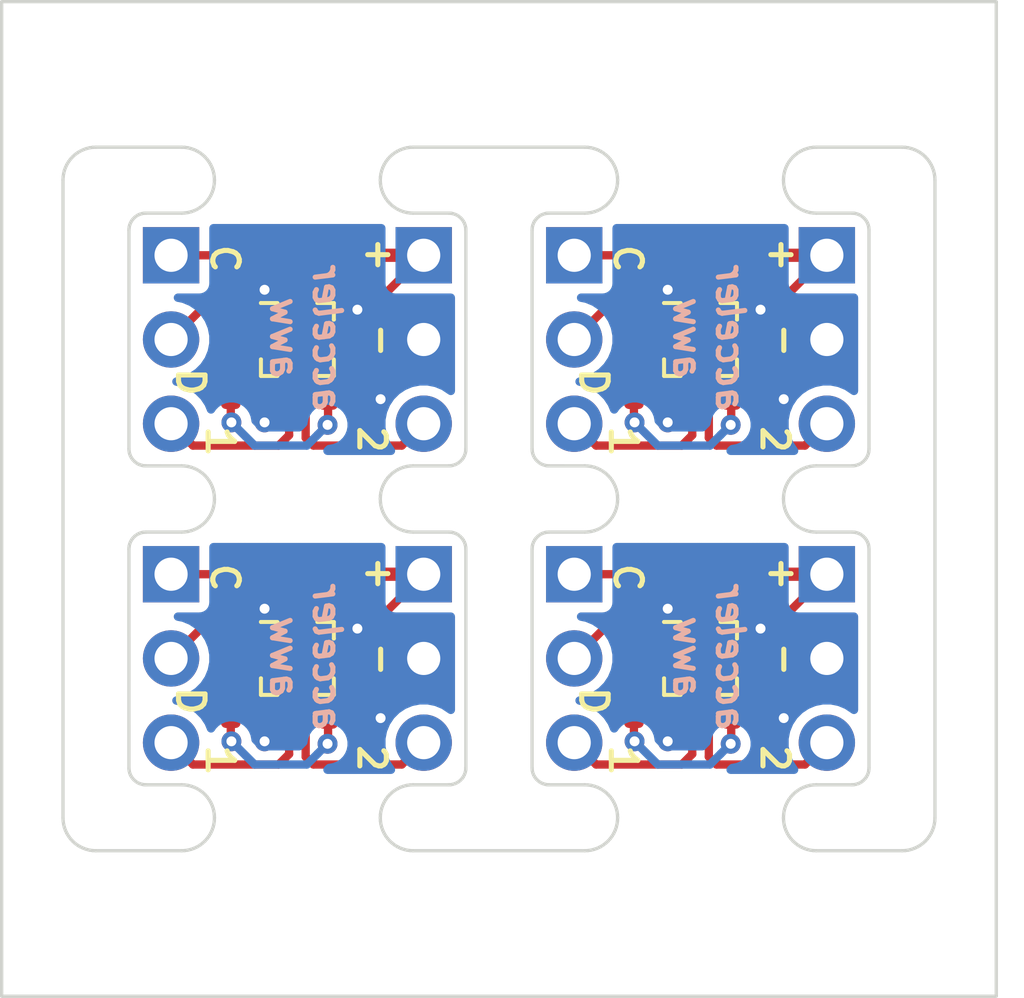
<source format=kicad_pcb>
(kicad_pcb (version 20171130) (host pcbnew 5.1.4+dfsg1-1)
  (layers (0 F.Cu signal) (31 B.Cu signal) (34 B.Paste user) (35 F.Paste user) (36 B.SilkS user) (37 F.SilkS user) (38 B.Mask user) (39 F.Mask user) (44 Edge.Cuts user))
  (net 0 "")
  (net 1 Board_1-+3V3)
  (net 2 Board_1-GND)
  (net 3 Board_1-I2C_CLK)
  (net 4 Board_1-I2C_DATA)
  (net 5 Board_1-INT_1)
  (net 6 Board_1-INT_2)
  (net 7 Board_2-+3V3)
  (net 8 Board_2-GND)
  (net 9 Board_2-I2C_CLK)
  (net 10 Board_2-I2C_DATA)
  (net 11 Board_2-INT_1)
  (net 12 Board_2-INT_2)
  (net 13 Board_3-+3V3)
  (net 14 Board_3-GND)
  (net 15 Board_3-I2C_CLK)
  (net 16 Board_3-I2C_DATA)
  (net 17 Board_3-INT_1)
  (net 18 Board_3-INT_2)
  (net 19 Board_4-+3V3)
  (net 20 Board_4-GND)
  (net 21 Board_4-I2C_CLK)
  (net 22 Board_4-I2C_DATA)
  (net 23 Board_4-INT_1)
  (net 24 Board_4-INT_2)
  (module NPTH (layer F.Cu) (at 64.740012 67.241007)
    (fp_text reference REF** hide)
    (fp_text value NPTH hide)
    (pad "" np_thru_hole circle (at 0 0) (size 0.5 0.5) (drill 0.5) (layers *.Cu *.Mask))
  )
  (module NPTH (layer F.Cu) (at 65.573345 67.241006)
    (fp_text reference REF** hide)
    (fp_text value NPTH hide)
    (pad "" np_thru_hole circle (at 0 0) (size 0.5 0.5) (drill 0.5) (layers *.Cu *.Mask))
  )
  (module NPTH (layer F.Cu) (at 66.406678 67.241005)
    (fp_text reference REF** hide)
    (fp_text value NPTH hide)
    (pad "" np_thru_hole circle (at 0 0) (size 0.5 0.5) (drill 0.5) (layers *.Cu *.Mask))
  )
  (module NPTH (layer F.Cu) (at 67.240012 67.241004)
    (fp_text reference REF** hide)
    (fp_text value NPTH hide)
    (pad "" np_thru_hole circle (at 0 0) (size 0.5 0.5) (drill 0.5) (layers *.Cu *.Mask))
  )
  (module NPTH (layer F.Cu) (at 68.073345 67.241004)
    (fp_text reference REF** hide)
    (fp_text value NPTH hide)
    (pad "" np_thru_hole circle (at 0 0) (size 0.5 0.5) (drill 0.5) (layers *.Cu *.Mask))
  )
  (module NPTH (layer F.Cu) (at 68.906678 67.241003)
    (fp_text reference REF** hide)
    (fp_text value NPTH hide)
    (pad "" np_thru_hole circle (at 0 0) (size 0.5 0.5) (drill 0.5) (layers *.Cu *.Mask))
  )
  (module NPTH (layer F.Cu) (at 69.740012 67.241002)
    (fp_text reference REF** hide)
    (fp_text value NPTH hide)
    (pad "" np_thru_hole circle (at 0 0) (size 0.5 0.5) (drill 0.5) (layers *.Cu *.Mask))
  )
  (module NPTH (layer F.Cu) (at 69.740012 59.619007)
    (fp_text reference REF** hide)
    (fp_text value NPTH hide)
    (pad "" np_thru_hole circle (at 0 0) (size 0.5 0.5) (drill 0.5) (layers *.Cu *.Mask))
  )
  (module NPTH (layer F.Cu) (at 68.906678 59.619006)
    (fp_text reference REF** hide)
    (fp_text value NPTH hide)
    (pad "" np_thru_hole circle (at 0 0) (size 0.5 0.5) (drill 0.5) (layers *.Cu *.Mask))
  )
  (module NPTH (layer F.Cu) (at 68.073345 59.619005)
    (fp_text reference REF** hide)
    (fp_text value NPTH hide)
    (pad "" np_thru_hole circle (at 0 0) (size 0.5 0.5) (drill 0.5) (layers *.Cu *.Mask))
  )
  (module NPTH (layer F.Cu) (at 67.240012 59.619005)
    (fp_text reference REF** hide)
    (fp_text value NPTH hide)
    (pad "" np_thru_hole circle (at 0 0) (size 0.5 0.5) (drill 0.5) (layers *.Cu *.Mask))
  )
  (module NPTH (layer F.Cu) (at 66.406678 59.619004)
    (fp_text reference REF** hide)
    (fp_text value NPTH hide)
    (pad "" np_thru_hole circle (at 0 0) (size 0.5 0.5) (drill 0.5) (layers *.Cu *.Mask))
  )
  (module NPTH (layer F.Cu) (at 65.573345 59.619003)
    (fp_text reference REF** hide)
    (fp_text value NPTH hide)
    (pad "" np_thru_hole circle (at 0 0) (size 0.5 0.5) (drill 0.5) (layers *.Cu *.Mask))
  )
  (module NPTH (layer F.Cu) (at 64.740012 59.619002)
    (fp_text reference REF** hide)
    (fp_text value NPTH hide)
    (pad "" np_thru_hole circle (at 0 0) (size 0.5 0.5) (drill 0.5) (layers *.Cu *.Mask))
  )
  (module NPTH (layer F.Cu) (at 52.580004 67.241007)
    (fp_text reference REF** hide)
    (fp_text value NPTH hide)
    (pad "" np_thru_hole circle (at 0 0) (size 0.5 0.5) (drill 0.5) (layers *.Cu *.Mask))
  )
  (module NPTH (layer F.Cu) (at 53.413337 67.241006)
    (fp_text reference REF** hide)
    (fp_text value NPTH hide)
    (pad "" np_thru_hole circle (at 0 0) (size 0.5 0.5) (drill 0.5) (layers *.Cu *.Mask))
  )
  (module NPTH (layer F.Cu) (at 54.24667 67.241005)
    (fp_text reference REF** hide)
    (fp_text value NPTH hide)
    (pad "" np_thru_hole circle (at 0 0) (size 0.5 0.5) (drill 0.5) (layers *.Cu *.Mask))
  )
  (module NPTH (layer F.Cu) (at 55.080004 67.241004)
    (fp_text reference REF** hide)
    (fp_text value NPTH hide)
    (pad "" np_thru_hole circle (at 0 0) (size 0.5 0.5) (drill 0.5) (layers *.Cu *.Mask))
  )
  (module NPTH (layer F.Cu) (at 55.913337 67.241004)
    (fp_text reference REF** hide)
    (fp_text value NPTH hide)
    (pad "" np_thru_hole circle (at 0 0) (size 0.5 0.5) (drill 0.5) (layers *.Cu *.Mask))
  )
  (module NPTH (layer F.Cu) (at 56.74667 67.241003)
    (fp_text reference REF** hide)
    (fp_text value NPTH hide)
    (pad "" np_thru_hole circle (at 0 0) (size 0.5 0.5) (drill 0.5) (layers *.Cu *.Mask))
  )
  (module NPTH (layer F.Cu) (at 57.580004 67.241002)
    (fp_text reference REF** hide)
    (fp_text value NPTH hide)
    (pad "" np_thru_hole circle (at 0 0) (size 0.5 0.5) (drill 0.5) (layers *.Cu *.Mask))
  )
  (module NPTH (layer F.Cu) (at 57.580004 59.619007)
    (fp_text reference REF** hide)
    (fp_text value NPTH hide)
    (pad "" np_thru_hole circle (at 0 0) (size 0.5 0.5) (drill 0.5) (layers *.Cu *.Mask))
  )
  (module NPTH (layer F.Cu) (at 56.74667 59.619006)
    (fp_text reference REF** hide)
    (fp_text value NPTH hide)
    (pad "" np_thru_hole circle (at 0 0) (size 0.5 0.5) (drill 0.5) (layers *.Cu *.Mask))
  )
  (module NPTH (layer F.Cu) (at 55.913337 59.619005)
    (fp_text reference REF** hide)
    (fp_text value NPTH hide)
    (pad "" np_thru_hole circle (at 0 0) (size 0.5 0.5) (drill 0.5) (layers *.Cu *.Mask))
  )
  (module NPTH (layer F.Cu) (at 55.080004 59.619005)
    (fp_text reference REF** hide)
    (fp_text value NPTH hide)
    (pad "" np_thru_hole circle (at 0 0) (size 0.5 0.5) (drill 0.5) (layers *.Cu *.Mask))
  )
  (module NPTH (layer F.Cu) (at 54.24667 59.619004)
    (fp_text reference REF** hide)
    (fp_text value NPTH hide)
    (pad "" np_thru_hole circle (at 0 0) (size 0.5 0.5) (drill 0.5) (layers *.Cu *.Mask))
  )
  (module NPTH (layer F.Cu) (at 53.413337 59.619003)
    (fp_text reference REF** hide)
    (fp_text value NPTH hide)
    (pad "" np_thru_hole circle (at 0 0) (size 0.5 0.5) (drill 0.5) (layers *.Cu *.Mask))
  )
  (module NPTH (layer F.Cu) (at 52.580004 59.619002)
    (fp_text reference REF** hide)
    (fp_text value NPTH hide)
    (pad "" np_thru_hole circle (at 0 0) (size 0.5 0.5) (drill 0.5) (layers *.Cu *.Mask))
  )
  (module NPTH (layer F.Cu) (at 64.740012 57.621)
    (fp_text reference REF** hide)
    (fp_text value NPTH hide)
    (pad "" np_thru_hole circle (at 0 0) (size 0.5 0.5) (drill 0.5) (layers *.Cu *.Mask))
  )
  (module NPTH (layer F.Cu) (at 65.573345 57.621)
    (fp_text reference REF** hide)
    (fp_text value NPTH hide)
    (pad "" np_thru_hole circle (at 0 0) (size 0.5 0.5) (drill 0.5) (layers *.Cu *.Mask))
  )
  (module NPTH (layer F.Cu) (at 66.406678 57.621)
    (fp_text reference REF** hide)
    (fp_text value NPTH hide)
    (pad "" np_thru_hole circle (at 0 0) (size 0.5 0.5) (drill 0.5) (layers *.Cu *.Mask))
  )
  (module NPTH (layer F.Cu) (at 67.240012 57.621)
    (fp_text reference REF** hide)
    (fp_text value NPTH hide)
    (pad "" np_thru_hole circle (at 0 0) (size 0.5 0.5) (drill 0.5) (layers *.Cu *.Mask))
  )
  (module NPTH (layer F.Cu) (at 68.073345 57.621)
    (fp_text reference REF** hide)
    (fp_text value NPTH hide)
    (pad "" np_thru_hole circle (at 0 0) (size 0.5 0.5) (drill 0.5) (layers *.Cu *.Mask))
  )
  (module NPTH (layer F.Cu) (at 68.906678 57.621)
    (fp_text reference REF** hide)
    (fp_text value NPTH hide)
    (pad "" np_thru_hole circle (at 0 0) (size 0.5 0.5) (drill 0.5) (layers *.Cu *.Mask))
  )
  (module NPTH (layer F.Cu) (at 69.740012 57.621)
    (fp_text reference REF** hide)
    (fp_text value NPTH hide)
    (pad "" np_thru_hole circle (at 0 0) (size 0.5 0.5) (drill 0.5) (layers *.Cu *.Mask))
  )
  (module NPTH (layer F.Cu) (at 69.740012 49.999)
    (fp_text reference REF** hide)
    (fp_text value NPTH hide)
    (pad "" np_thru_hole circle (at 0 0) (size 0.5 0.5) (drill 0.5) (layers *.Cu *.Mask))
  )
  (module NPTH (layer F.Cu) (at 68.906678 49.999)
    (fp_text reference REF** hide)
    (fp_text value NPTH hide)
    (pad "" np_thru_hole circle (at 0 0) (size 0.5 0.5) (drill 0.5) (layers *.Cu *.Mask))
  )
  (module NPTH (layer F.Cu) (at 68.073345 49.999)
    (fp_text reference REF** hide)
    (fp_text value NPTH hide)
    (pad "" np_thru_hole circle (at 0 0) (size 0.5 0.5) (drill 0.5) (layers *.Cu *.Mask))
  )
  (module NPTH (layer F.Cu) (at 67.240012 49.999)
    (fp_text reference REF** hide)
    (fp_text value NPTH hide)
    (pad "" np_thru_hole circle (at 0 0) (size 0.5 0.5) (drill 0.5) (layers *.Cu *.Mask))
  )
  (module NPTH (layer F.Cu) (at 66.406678 49.999)
    (fp_text reference REF** hide)
    (fp_text value NPTH hide)
    (pad "" np_thru_hole circle (at 0 0) (size 0.5 0.5) (drill 0.5) (layers *.Cu *.Mask))
  )
  (module NPTH (layer F.Cu) (at 65.573345 49.999)
    (fp_text reference REF** hide)
    (fp_text value NPTH hide)
    (pad "" np_thru_hole circle (at 0 0) (size 0.5 0.5) (drill 0.5) (layers *.Cu *.Mask))
  )
  (module NPTH (layer F.Cu) (at 64.740012 49.999)
    (fp_text reference REF** hide)
    (fp_text value NPTH hide)
    (pad "" np_thru_hole circle (at 0 0) (size 0.5 0.5) (drill 0.5) (layers *.Cu *.Mask))
  )
  (module NPTH (layer F.Cu) (at 52.580004 57.621)
    (fp_text reference REF** hide)
    (fp_text value NPTH hide)
    (pad "" np_thru_hole circle (at 0 0) (size 0.5 0.5) (drill 0.5) (layers *.Cu *.Mask))
  )
  (module NPTH (layer F.Cu) (at 53.413337 57.621)
    (fp_text reference REF** hide)
    (fp_text value NPTH hide)
    (pad "" np_thru_hole circle (at 0 0) (size 0.5 0.5) (drill 0.5) (layers *.Cu *.Mask))
  )
  (module NPTH (layer F.Cu) (at 54.24667 57.621)
    (fp_text reference REF** hide)
    (fp_text value NPTH hide)
    (pad "" np_thru_hole circle (at 0 0) (size 0.5 0.5) (drill 0.5) (layers *.Cu *.Mask))
  )
  (module NPTH (layer F.Cu) (at 55.080004 57.621)
    (fp_text reference REF** hide)
    (fp_text value NPTH hide)
    (pad "" np_thru_hole circle (at 0 0) (size 0.5 0.5) (drill 0.5) (layers *.Cu *.Mask))
  )
  (module NPTH (layer F.Cu) (at 55.913337 57.621)
    (fp_text reference REF** hide)
    (fp_text value NPTH hide)
    (pad "" np_thru_hole circle (at 0 0) (size 0.5 0.5) (drill 0.5) (layers *.Cu *.Mask))
  )
  (module NPTH (layer F.Cu) (at 56.74667 57.621)
    (fp_text reference REF** hide)
    (fp_text value NPTH hide)
    (pad "" np_thru_hole circle (at 0 0) (size 0.5 0.5) (drill 0.5) (layers *.Cu *.Mask))
  )
  (module NPTH (layer F.Cu) (at 57.580004 57.621)
    (fp_text reference REF** hide)
    (fp_text value NPTH hide)
    (pad "" np_thru_hole circle (at 0 0) (size 0.5 0.5) (drill 0.5) (layers *.Cu *.Mask))
  )
  (module NPTH (layer F.Cu) (at 57.580004 49.999)
    (fp_text reference REF** hide)
    (fp_text value NPTH hide)
    (pad "" np_thru_hole circle (at 0 0) (size 0.5 0.5) (drill 0.5) (layers *.Cu *.Mask))
  )
  (module NPTH (layer F.Cu) (at 56.74667 49.999)
    (fp_text reference REF** hide)
    (fp_text value NPTH hide)
    (pad "" np_thru_hole circle (at 0 0) (size 0.5 0.5) (drill 0.5) (layers *.Cu *.Mask))
  )
  (module NPTH (layer F.Cu) (at 55.913337 49.999)
    (fp_text reference REF** hide)
    (fp_text value NPTH hide)
    (pad "" np_thru_hole circle (at 0 0) (size 0.5 0.5) (drill 0.5) (layers *.Cu *.Mask))
  )
  (module NPTH (layer F.Cu) (at 55.080004 49.999)
    (fp_text reference REF** hide)
    (fp_text value NPTH hide)
    (pad "" np_thru_hole circle (at 0 0) (size 0.5 0.5) (drill 0.5) (layers *.Cu *.Mask))
  )
  (module NPTH (layer F.Cu) (at 54.24667 49.999)
    (fp_text reference REF** hide)
    (fp_text value NPTH hide)
    (pad "" np_thru_hole circle (at 0 0) (size 0.5 0.5) (drill 0.5) (layers *.Cu *.Mask))
  )
  (module NPTH (layer F.Cu) (at 53.413337 49.999)
    (fp_text reference REF** hide)
    (fp_text value NPTH hide)
    (pad "" np_thru_hole circle (at 0 0) (size 0.5 0.5) (drill 0.5) (layers *.Cu *.Mask))
  )
  (module NPTH (layer F.Cu) (at 52.580004 49.999)
    (fp_text reference REF** hide)
    (fp_text value NPTH hide)
    (pad "" np_thru_hole circle (at 0 0) (size 0.5 0.5) (drill 0.5) (layers *.Cu *.Mask))
  )
  (module Capacitor_SMD:C_0402_1005Metric (layer F.Cu) (at 69.050009 63.73001 90)
    (fp_text reference C1 hide)
    (fp_text value 1u)
    (pad 1 smd roundrect (at -0.485 0 90) (size 0.59 0.64) (layers F.Cu F.Paste F.Mask) (net 19 Board_4-+3V3))
    (pad 2 smd roundrect (at 0.485 0 90) (size 0.59 0.64) (layers F.Cu F.Paste F.Mask) (net 20 Board_4-GND))
  )
  (module Package_LGA:LGA-12_2x2mm_P0.5mm (layer F.Cu) (at 67.240009 63.43001)
    (fp_text reference U1 hide)
    (fp_text value QMA7981)
    (pad 2 smd rect (at -0.7625 -0.25) (size 0.375 0.35) (layers F.Cu F.Paste F.Mask) (net 22 Board_4-I2C_DATA))
    (pad 3 smd rect (at -0.7625 0.25) (size 0.375 0.35) (layers F.Cu F.Paste F.Mask) (net 19 Board_4-+3V3))
    (pad 9 smd rect (at 0.7625 -0.25) (size 0.375 0.35) (layers F.Cu F.Paste F.Mask) (net 20 Board_4-GND))
    (pad 8 smd rect (at 0.7625 0.25) (size 0.375 0.35) (layers F.Cu F.Paste F.Mask) (net 20 Board_4-GND))
    (pad 4 smd rect (at -0.7625 0.75) (size 0.375 0.35) (layers F.Cu F.Paste F.Mask))
    (pad 7 smd rect (at 0.7625 0.75) (size 0.375 0.35) (layers F.Cu F.Paste F.Mask) (net 19 Board_4-+3V3))
    (pad 1 smd rect (at -0.7625 -0.75) (size 0.375 0.35) (layers F.Cu F.Paste F.Mask) (net 20 Board_4-GND))
    (pad 10 smd rect (at 0.7625 -0.75) (size 0.375 0.35) (layers F.Cu F.Paste F.Mask) (net 19 Board_4-+3V3))
    (pad 5 smd rect (at -0.25 0.7625 90) (size 0.375 0.35) (layers F.Cu F.Paste F.Mask) (net 23 Board_4-INT_1))
    (pad 6 smd rect (at 0.25 0.7625 90) (size 0.375 0.35) (layers F.Cu F.Paste F.Mask) (net 24 Board_4-INT_2))
    (pad 11 smd rect (at 0.25 -0.7625 90) (size 0.375 0.35) (layers F.Cu F.Paste F.Mask))
    (pad 12 smd rect (at -0.25 -0.7625 90) (size 0.375 0.35) (layers F.Cu F.Paste F.Mask) (net 21 Board_4-I2C_CLK))
  )
  (module Capacitor_SMD:C_0402_1005Metric (layer F.Cu) (at 65.716009 65.20801)
    (fp_text reference C3 hide)
    (fp_text value 10n)
    (pad 1 smd roundrect (at -0.485 0) (size 0.59 0.64) (layers F.Cu F.Paste F.Mask) (net 19 Board_4-+3V3))
    (pad 2 smd roundrect (at 0.485 0) (size 0.59 0.64) (layers F.Cu F.Paste F.Mask) (net 20 Board_4-GND))
  )
  (module Capacitor_SMD:C_0402_1005Metric (layer F.Cu) (at 68.650009 65.23001)
    (fp_text reference C2 hide)
    (fp_text value 100n)
    (pad 1 smd roundrect (at -0.485 0) (size 0.59 0.64) (layers F.Cu F.Paste F.Mask) (net 19 Board_4-+3V3))
    (pad 2 smd roundrect (at 0.485 0) (size 0.59 0.64) (layers F.Cu F.Paste F.Mask) (net 20 Board_4-GND))
  )
  (module Resistor_SMD:R_0603_1608Metric (layer F.Cu) (at 65.208009 63.17601 90)
    (fp_text reference R1 hide)
    (fp_text value 4k7)
    (pad 1 smd roundrect (at -0.7875 0 90) (size 0.875 0.95) (layers F.Cu F.Paste F.Mask) (net 19 Board_4-+3V3))
    (pad 2 smd roundrect (at 0.7875 0 90) (size 0.875 0.95) (layers F.Cu F.Paste F.Mask) (net 22 Board_4-I2C_DATA))
  )
  (module Resistor_SMD:R_0603_1608Metric (layer F.Cu) (at 67.240009 60.89001 180)
    (fp_text reference R2 hide)
    (fp_text value 4k7)
    (pad 1 smd roundrect (at -0.7875 0 180) (size 0.875 0.95) (layers F.Cu F.Paste F.Mask) (net 19 Board_4-+3V3))
    (pad 2 smd roundrect (at 0.7875 0 180) (size 0.875 0.95) (layers F.Cu F.Paste F.Mask) (net 21 Board_4-I2C_CLK))
  )
  (module Connector_PinHeader_2.54mm:PinHeader_1x03_P2.54mm_Vertical (layer B.Cu) (at 71.050009 60.89001 180)
    (fp_text reference J2 hide)
    (fp_text value Conn_01x03)
    (pad 1 thru_hole rect (at 0 0 180) (size 1.7 1.7) (drill 1) (layers *.Cu *.Mask) (net 19 Board_4-+3V3))
    (pad 2 thru_hole oval (at 0 -2.54 180) (size 1.7 1.7) (drill 1) (layers *.Cu *.Mask) (net 20 Board_4-GND))
    (pad 3 thru_hole oval (at 0 -5.08 180) (size 1.7 1.7) (drill 1) (layers *.Cu *.Mask) (net 24 Board_4-INT_2))
  )
  (module Connector_PinHeader_2.54mm:PinHeader_1x03_P2.54mm_Vertical (layer B.Cu) (at 63.430009 60.89001 180)
    (fp_text reference J1 hide)
    (fp_text value Conn_01x03)
    (pad 1 thru_hole rect (at 0 0 180) (size 1.7 1.7) (drill 1) (layers *.Cu *.Mask) (net 21 Board_4-I2C_CLK))
    (pad 2 thru_hole oval (at 0 -2.54 180) (size 1.7 1.7) (drill 1) (layers *.Cu *.Mask) (net 22 Board_4-I2C_DATA))
    (pad 3 thru_hole oval (at 0 -5.08 180) (size 1.7 1.7) (drill 1) (layers *.Cu *.Mask) (net 23 Board_4-INT_1))
  )
  (module Capacitor_SMD:C_0402_1005Metric (layer F.Cu) (at 56.890001 63.73001 90)
    (fp_text reference C1 hide)
    (fp_text value 1u)
    (pad 1 smd roundrect (at -0.485 0 90) (size 0.59 0.64) (layers F.Cu F.Paste F.Mask) (net 13 Board_3-+3V3))
    (pad 2 smd roundrect (at 0.485 0 90) (size 0.59 0.64) (layers F.Cu F.Paste F.Mask) (net 14 Board_3-GND))
  )
  (module Package_LGA:LGA-12_2x2mm_P0.5mm (layer F.Cu) (at 55.080001 63.43001)
    (fp_text reference U1 hide)
    (fp_text value QMA7981)
    (pad 2 smd rect (at -0.7625 -0.25) (size 0.375 0.35) (layers F.Cu F.Paste F.Mask) (net 16 Board_3-I2C_DATA))
    (pad 3 smd rect (at -0.7625 0.25) (size 0.375 0.35) (layers F.Cu F.Paste F.Mask) (net 13 Board_3-+3V3))
    (pad 9 smd rect (at 0.7625 -0.25) (size 0.375 0.35) (layers F.Cu F.Paste F.Mask) (net 14 Board_3-GND))
    (pad 8 smd rect (at 0.7625 0.25) (size 0.375 0.35) (layers F.Cu F.Paste F.Mask) (net 14 Board_3-GND))
    (pad 4 smd rect (at -0.7625 0.75) (size 0.375 0.35) (layers F.Cu F.Paste F.Mask))
    (pad 7 smd rect (at 0.7625 0.75) (size 0.375 0.35) (layers F.Cu F.Paste F.Mask) (net 13 Board_3-+3V3))
    (pad 1 smd rect (at -0.7625 -0.75) (size 0.375 0.35) (layers F.Cu F.Paste F.Mask) (net 14 Board_3-GND))
    (pad 10 smd rect (at 0.7625 -0.75) (size 0.375 0.35) (layers F.Cu F.Paste F.Mask) (net 13 Board_3-+3V3))
    (pad 5 smd rect (at -0.25 0.7625 90) (size 0.375 0.35) (layers F.Cu F.Paste F.Mask) (net 17 Board_3-INT_1))
    (pad 6 smd rect (at 0.25 0.7625 90) (size 0.375 0.35) (layers F.Cu F.Paste F.Mask) (net 18 Board_3-INT_2))
    (pad 11 smd rect (at 0.25 -0.7625 90) (size 0.375 0.35) (layers F.Cu F.Paste F.Mask))
    (pad 12 smd rect (at -0.25 -0.7625 90) (size 0.375 0.35) (layers F.Cu F.Paste F.Mask) (net 15 Board_3-I2C_CLK))
  )
  (module Capacitor_SMD:C_0402_1005Metric (layer F.Cu) (at 53.556001 65.20801)
    (fp_text reference C3 hide)
    (fp_text value 10n)
    (pad 1 smd roundrect (at -0.485 0) (size 0.59 0.64) (layers F.Cu F.Paste F.Mask) (net 13 Board_3-+3V3))
    (pad 2 smd roundrect (at 0.485 0) (size 0.59 0.64) (layers F.Cu F.Paste F.Mask) (net 14 Board_3-GND))
  )
  (module Capacitor_SMD:C_0402_1005Metric (layer F.Cu) (at 56.490001 65.23001)
    (fp_text reference C2 hide)
    (fp_text value 100n)
    (pad 1 smd roundrect (at -0.485 0) (size 0.59 0.64) (layers F.Cu F.Paste F.Mask) (net 13 Board_3-+3V3))
    (pad 2 smd roundrect (at 0.485 0) (size 0.59 0.64) (layers F.Cu F.Paste F.Mask) (net 14 Board_3-GND))
  )
  (module Resistor_SMD:R_0603_1608Metric (layer F.Cu) (at 53.048001 63.17601 90)
    (fp_text reference R1 hide)
    (fp_text value 4k7)
    (pad 1 smd roundrect (at -0.7875 0 90) (size 0.875 0.95) (layers F.Cu F.Paste F.Mask) (net 13 Board_3-+3V3))
    (pad 2 smd roundrect (at 0.7875 0 90) (size 0.875 0.95) (layers F.Cu F.Paste F.Mask) (net 16 Board_3-I2C_DATA))
  )
  (module Resistor_SMD:R_0603_1608Metric (layer F.Cu) (at 55.080001 60.89001 180)
    (fp_text reference R2 hide)
    (fp_text value 4k7)
    (pad 1 smd roundrect (at -0.7875 0 180) (size 0.875 0.95) (layers F.Cu F.Paste F.Mask) (net 13 Board_3-+3V3))
    (pad 2 smd roundrect (at 0.7875 0 180) (size 0.875 0.95) (layers F.Cu F.Paste F.Mask) (net 15 Board_3-I2C_CLK))
  )
  (module Connector_PinHeader_2.54mm:PinHeader_1x03_P2.54mm_Vertical (layer B.Cu) (at 58.890001 60.89001 180)
    (fp_text reference J2 hide)
    (fp_text value Conn_01x03)
    (pad 1 thru_hole rect (at 0 0 180) (size 1.7 1.7) (drill 1) (layers *.Cu *.Mask) (net 13 Board_3-+3V3))
    (pad 2 thru_hole oval (at 0 -2.54 180) (size 1.7 1.7) (drill 1) (layers *.Cu *.Mask) (net 14 Board_3-GND))
    (pad 3 thru_hole oval (at 0 -5.08 180) (size 1.7 1.7) (drill 1) (layers *.Cu *.Mask) (net 18 Board_3-INT_2))
  )
  (module Connector_PinHeader_2.54mm:PinHeader_1x03_P2.54mm_Vertical (layer B.Cu) (at 51.270001 60.89001 180)
    (fp_text reference J1 hide)
    (fp_text value Conn_01x03)
    (pad 1 thru_hole rect (at 0 0 180) (size 1.7 1.7) (drill 1) (layers *.Cu *.Mask) (net 15 Board_3-I2C_CLK))
    (pad 2 thru_hole oval (at 0 -2.54 180) (size 1.7 1.7) (drill 1) (layers *.Cu *.Mask) (net 16 Board_3-I2C_DATA))
    (pad 3 thru_hole oval (at 0 -5.08 180) (size 1.7 1.7) (drill 1) (layers *.Cu *.Mask) (net 17 Board_3-INT_1))
  )
  (module Capacitor_SMD:C_0402_1005Metric (layer F.Cu) (at 69.050009 54.110001 90)
    (fp_text reference C1 hide)
    (fp_text value 1u)
    (pad 1 smd roundrect (at -0.485 0 90) (size 0.59 0.64) (layers F.Cu F.Paste F.Mask) (net 7 Board_2-+3V3))
    (pad 2 smd roundrect (at 0.485 0 90) (size 0.59 0.64) (layers F.Cu F.Paste F.Mask) (net 8 Board_2-GND))
  )
  (module Package_LGA:LGA-12_2x2mm_P0.5mm (layer F.Cu) (at 67.240009 53.810001)
    (fp_text reference U1 hide)
    (fp_text value QMA7981)
    (pad 2 smd rect (at -0.7625 -0.25) (size 0.375 0.35) (layers F.Cu F.Paste F.Mask) (net 10 Board_2-I2C_DATA))
    (pad 3 smd rect (at -0.7625 0.25) (size 0.375 0.35) (layers F.Cu F.Paste F.Mask) (net 7 Board_2-+3V3))
    (pad 9 smd rect (at 0.7625 -0.25) (size 0.375 0.35) (layers F.Cu F.Paste F.Mask) (net 8 Board_2-GND))
    (pad 8 smd rect (at 0.7625 0.25) (size 0.375 0.35) (layers F.Cu F.Paste F.Mask) (net 8 Board_2-GND))
    (pad 4 smd rect (at -0.7625 0.75) (size 0.375 0.35) (layers F.Cu F.Paste F.Mask))
    (pad 7 smd rect (at 0.7625 0.75) (size 0.375 0.35) (layers F.Cu F.Paste F.Mask) (net 7 Board_2-+3V3))
    (pad 1 smd rect (at -0.7625 -0.75) (size 0.375 0.35) (layers F.Cu F.Paste F.Mask) (net 8 Board_2-GND))
    (pad 10 smd rect (at 0.7625 -0.75) (size 0.375 0.35) (layers F.Cu F.Paste F.Mask) (net 7 Board_2-+3V3))
    (pad 5 smd rect (at -0.25 0.7625 90) (size 0.375 0.35) (layers F.Cu F.Paste F.Mask) (net 11 Board_2-INT_1))
    (pad 6 smd rect (at 0.25 0.7625 90) (size 0.375 0.35) (layers F.Cu F.Paste F.Mask) (net 12 Board_2-INT_2))
    (pad 11 smd rect (at 0.25 -0.7625 90) (size 0.375 0.35) (layers F.Cu F.Paste F.Mask))
    (pad 12 smd rect (at -0.25 -0.7625 90) (size 0.375 0.35) (layers F.Cu F.Paste F.Mask) (net 9 Board_2-I2C_CLK))
  )
  (module Capacitor_SMD:C_0402_1005Metric (layer F.Cu) (at 65.716009 55.588001)
    (fp_text reference C3 hide)
    (fp_text value 10n)
    (pad 1 smd roundrect (at -0.485 0) (size 0.59 0.64) (layers F.Cu F.Paste F.Mask) (net 7 Board_2-+3V3))
    (pad 2 smd roundrect (at 0.485 0) (size 0.59 0.64) (layers F.Cu F.Paste F.Mask) (net 8 Board_2-GND))
  )
  (module Capacitor_SMD:C_0402_1005Metric (layer F.Cu) (at 68.650009 55.610001)
    (fp_text reference C2 hide)
    (fp_text value 100n)
    (pad 1 smd roundrect (at -0.485 0) (size 0.59 0.64) (layers F.Cu F.Paste F.Mask) (net 7 Board_2-+3V3))
    (pad 2 smd roundrect (at 0.485 0) (size 0.59 0.64) (layers F.Cu F.Paste F.Mask) (net 8 Board_2-GND))
  )
  (module Resistor_SMD:R_0603_1608Metric (layer F.Cu) (at 65.208009 53.556001 90)
    (fp_text reference R1 hide)
    (fp_text value 4k7)
    (pad 1 smd roundrect (at -0.7875 0 90) (size 0.875 0.95) (layers F.Cu F.Paste F.Mask) (net 7 Board_2-+3V3))
    (pad 2 smd roundrect (at 0.7875 0 90) (size 0.875 0.95) (layers F.Cu F.Paste F.Mask) (net 10 Board_2-I2C_DATA))
  )
  (module Resistor_SMD:R_0603_1608Metric (layer F.Cu) (at 67.240009 51.270001 180)
    (fp_text reference R2 hide)
    (fp_text value 4k7)
    (pad 1 smd roundrect (at -0.7875 0 180) (size 0.875 0.95) (layers F.Cu F.Paste F.Mask) (net 7 Board_2-+3V3))
    (pad 2 smd roundrect (at 0.7875 0 180) (size 0.875 0.95) (layers F.Cu F.Paste F.Mask) (net 9 Board_2-I2C_CLK))
  )
  (module Connector_PinHeader_2.54mm:PinHeader_1x03_P2.54mm_Vertical (layer B.Cu) (at 71.050009 51.270001 180)
    (fp_text reference J2 hide)
    (fp_text value Conn_01x03)
    (pad 1 thru_hole rect (at 0 0 180) (size 1.7 1.7) (drill 1) (layers *.Cu *.Mask) (net 7 Board_2-+3V3))
    (pad 2 thru_hole oval (at 0 -2.54 180) (size 1.7 1.7) (drill 1) (layers *.Cu *.Mask) (net 8 Board_2-GND))
    (pad 3 thru_hole oval (at 0 -5.08 180) (size 1.7 1.7) (drill 1) (layers *.Cu *.Mask) (net 12 Board_2-INT_2))
  )
  (module Connector_PinHeader_2.54mm:PinHeader_1x03_P2.54mm_Vertical (layer B.Cu) (at 63.430009 51.270001 180)
    (fp_text reference J1 hide)
    (fp_text value Conn_01x03)
    (pad 1 thru_hole rect (at 0 0 180) (size 1.7 1.7) (drill 1) (layers *.Cu *.Mask) (net 9 Board_2-I2C_CLK))
    (pad 2 thru_hole oval (at 0 -2.54 180) (size 1.7 1.7) (drill 1) (layers *.Cu *.Mask) (net 10 Board_2-I2C_DATA))
    (pad 3 thru_hole oval (at 0 -5.08 180) (size 1.7 1.7) (drill 1) (layers *.Cu *.Mask) (net 11 Board_2-INT_1))
  )
  (module Capacitor_SMD:C_0402_1005Metric (layer F.Cu) (at 56.890001 54.110001 90)
    (fp_text reference C1 hide)
    (fp_text value 1u)
    (pad 1 smd roundrect (at -0.485 0 90) (size 0.59 0.64) (layers F.Cu F.Paste F.Mask) (net 1 Board_1-+3V3))
    (pad 2 smd roundrect (at 0.485 0 90) (size 0.59 0.64) (layers F.Cu F.Paste F.Mask) (net 2 Board_1-GND))
  )
  (module Package_LGA:LGA-12_2x2mm_P0.5mm (layer F.Cu) (at 55.080001 53.810001)
    (fp_text reference U1 hide)
    (fp_text value QMA7981)
    (pad 2 smd rect (at -0.7625 -0.25) (size 0.375 0.35) (layers F.Cu F.Paste F.Mask) (net 4 Board_1-I2C_DATA))
    (pad 3 smd rect (at -0.7625 0.25) (size 0.375 0.35) (layers F.Cu F.Paste F.Mask) (net 1 Board_1-+3V3))
    (pad 9 smd rect (at 0.7625 -0.25) (size 0.375 0.35) (layers F.Cu F.Paste F.Mask) (net 2 Board_1-GND))
    (pad 8 smd rect (at 0.7625 0.25) (size 0.375 0.35) (layers F.Cu F.Paste F.Mask) (net 2 Board_1-GND))
    (pad 4 smd rect (at -0.7625 0.75) (size 0.375 0.35) (layers F.Cu F.Paste F.Mask))
    (pad 7 smd rect (at 0.7625 0.75) (size 0.375 0.35) (layers F.Cu F.Paste F.Mask) (net 1 Board_1-+3V3))
    (pad 1 smd rect (at -0.7625 -0.75) (size 0.375 0.35) (layers F.Cu F.Paste F.Mask) (net 2 Board_1-GND))
    (pad 10 smd rect (at 0.7625 -0.75) (size 0.375 0.35) (layers F.Cu F.Paste F.Mask) (net 1 Board_1-+3V3))
    (pad 5 smd rect (at -0.25 0.7625 90) (size 0.375 0.35) (layers F.Cu F.Paste F.Mask) (net 5 Board_1-INT_1))
    (pad 6 smd rect (at 0.25 0.7625 90) (size 0.375 0.35) (layers F.Cu F.Paste F.Mask) (net 6 Board_1-INT_2))
    (pad 11 smd rect (at 0.25 -0.7625 90) (size 0.375 0.35) (layers F.Cu F.Paste F.Mask))
    (pad 12 smd rect (at -0.25 -0.7625 90) (size 0.375 0.35) (layers F.Cu F.Paste F.Mask) (net 3 Board_1-I2C_CLK))
  )
  (module Capacitor_SMD:C_0402_1005Metric (layer F.Cu) (at 53.556001 55.588001)
    (fp_text reference C3 hide)
    (fp_text value 10n)
    (pad 1 smd roundrect (at -0.485 0) (size 0.59 0.64) (layers F.Cu F.Paste F.Mask) (net 1 Board_1-+3V3))
    (pad 2 smd roundrect (at 0.485 0) (size 0.59 0.64) (layers F.Cu F.Paste F.Mask) (net 2 Board_1-GND))
  )
  (module Capacitor_SMD:C_0402_1005Metric (layer F.Cu) (at 56.490001 55.610001)
    (fp_text reference C2 hide)
    (fp_text value 100n)
    (pad 1 smd roundrect (at -0.485 0) (size 0.59 0.64) (layers F.Cu F.Paste F.Mask) (net 1 Board_1-+3V3))
    (pad 2 smd roundrect (at 0.485 0) (size 0.59 0.64) (layers F.Cu F.Paste F.Mask) (net 2 Board_1-GND))
  )
  (module Resistor_SMD:R_0603_1608Metric (layer F.Cu) (at 53.048001 53.556001 90)
    (fp_text reference R1 hide)
    (fp_text value 4k7)
    (pad 1 smd roundrect (at -0.7875 0 90) (size 0.875 0.95) (layers F.Cu F.Paste F.Mask) (net 1 Board_1-+3V3))
    (pad 2 smd roundrect (at 0.7875 0 90) (size 0.875 0.95) (layers F.Cu F.Paste F.Mask) (net 4 Board_1-I2C_DATA))
  )
  (module Resistor_SMD:R_0603_1608Metric (layer F.Cu) (at 55.080001 51.270001 180)
    (fp_text reference R2 hide)
    (fp_text value 4k7)
    (pad 1 smd roundrect (at -0.7875 0 180) (size 0.875 0.95) (layers F.Cu F.Paste F.Mask) (net 1 Board_1-+3V3))
    (pad 2 smd roundrect (at 0.7875 0 180) (size 0.875 0.95) (layers F.Cu F.Paste F.Mask) (net 3 Board_1-I2C_CLK))
  )
  (module Connector_PinHeader_2.54mm:PinHeader_1x03_P2.54mm_Vertical (layer B.Cu) (at 58.890001 51.270001 180)
    (fp_text reference J2 hide)
    (fp_text value Conn_01x03)
    (pad 1 thru_hole rect (at 0 0 180) (size 1.7 1.7) (drill 1) (layers *.Cu *.Mask) (net 1 Board_1-+3V3))
    (pad 2 thru_hole oval (at 0 -2.54 180) (size 1.7 1.7) (drill 1) (layers *.Cu *.Mask) (net 2 Board_1-GND))
    (pad 3 thru_hole oval (at 0 -5.08 180) (size 1.7 1.7) (drill 1) (layers *.Cu *.Mask) (net 6 Board_1-INT_2))
  )
  (module Connector_PinHeader_2.54mm:PinHeader_1x03_P2.54mm_Vertical (layer B.Cu) (at 51.270001 51.270001 180)
    (fp_text reference J1 hide)
    (fp_text value Conn_01x03)
    (pad 1 thru_hole rect (at 0 0 180) (size 1.7 1.7) (drill 1) (layers *.Cu *.Mask) (net 3 Board_1-I2C_CLK))
    (pad 2 thru_hole oval (at 0 -2.54 180) (size 1.7 1.7) (drill 1) (layers *.Cu *.Mask) (net 4 Board_1-I2C_DATA))
    (pad 3 thru_hole oval (at 0 -5.08 180) (size 1.7 1.7) (drill 1) (layers *.Cu *.Mask) (net 5 Board_1-INT_1))
  )
  (gr_line (start 49.0002 48.01) (end 51.5888 48.01) (layer Edge.Cuts) (width 0.1))
  (gr_line (start 48.903 48.0148) (end 49.0002 48.01) (layer Edge.Cuts) (width 0.1))
  (gr_line (start 48.8069 48.029) (end 48.903 48.0148) (layer Edge.Cuts) (width 0.1))
  (gr_line (start 48.7126 48.0526) (end 48.8069 48.029) (layer Edge.Cuts) (width 0.1))
  (gr_line (start 48.6211 48.0854) (end 48.7126 48.0526) (layer Edge.Cuts) (width 0.1))
  (gr_line (start 48.5333 48.1269) (end 48.6211 48.0854) (layer Edge.Cuts) (width 0.1))
  (gr_line (start 48.45 48.1769) (end 48.5333 48.1269) (layer Edge.Cuts) (width 0.1))
  (gr_line (start 48.372 48.2347) (end 48.45 48.1769) (layer Edge.Cuts) (width 0.1))
  (gr_line (start 48.3 48.3) (end 48.372 48.2347) (layer Edge.Cuts) (width 0.1))
  (gr_line (start 48.2347 48.372) (end 48.3 48.3) (layer Edge.Cuts) (width 0.1))
  (gr_line (start 48.1769 48.45) (end 48.2347 48.372) (layer Edge.Cuts) (width 0.1))
  (gr_line (start 48.1269 48.5333) (end 48.1769 48.45) (layer Edge.Cuts) (width 0.1))
  (gr_line (start 48.0854 48.6211) (end 48.1269 48.5333) (layer Edge.Cuts) (width 0.1))
  (gr_line (start 48.0526 48.7126) (end 48.0854 48.6211) (layer Edge.Cuts) (width 0.1))
  (gr_line (start 48.029 48.8069) (end 48.0526 48.7126) (layer Edge.Cuts) (width 0.1))
  (gr_line (start 48.0148 48.903) (end 48.029 48.8069) (layer Edge.Cuts) (width 0.1))
  (gr_line (start 48.01 49.0002) (end 48.0148 48.903) (layer Edge.Cuts) (width 0.1))
  (gr_line (start 48.01 68.2398) (end 48.01 49.0002) (layer Edge.Cuts) (width 0.1))
  (gr_line (start 48.0148 68.3371) (end 48.01 68.2398) (layer Edge.Cuts) (width 0.1))
  (gr_line (start 48.029 68.4332) (end 48.0148 68.3371) (layer Edge.Cuts) (width 0.1))
  (gr_line (start 48.0526 68.5274) (end 48.029 68.4332) (layer Edge.Cuts) (width 0.1))
  (gr_line (start 48.0854 68.6189) (end 48.0526 68.5274) (layer Edge.Cuts) (width 0.1))
  (gr_line (start 48.1269 68.7067) (end 48.0854 68.6189) (layer Edge.Cuts) (width 0.1))
  (gr_line (start 48.1769 68.79) (end 48.1269 68.7067) (layer Edge.Cuts) (width 0.1))
  (gr_line (start 48.2347 68.8681) (end 48.1769 68.79) (layer Edge.Cuts) (width 0.1))
  (gr_line (start 48.3 68.94) (end 48.2347 68.8681) (layer Edge.Cuts) (width 0.1))
  (gr_line (start 48.372 69.0053) (end 48.3 68.94) (layer Edge.Cuts) (width 0.1))
  (gr_line (start 48.45 69.0632) (end 48.372 69.0053) (layer Edge.Cuts) (width 0.1))
  (gr_line (start 48.5333 69.1131) (end 48.45 69.0632) (layer Edge.Cuts) (width 0.1))
  (gr_line (start 48.6211 69.1546) (end 48.5333 69.1131) (layer Edge.Cuts) (width 0.1))
  (gr_line (start 48.7126 69.1874) (end 48.6211 69.1546) (layer Edge.Cuts) (width 0.1))
  (gr_line (start 48.8069 69.211) (end 48.7126 69.1874) (layer Edge.Cuts) (width 0.1))
  (gr_line (start 48.903 69.2252) (end 48.8069 69.211) (layer Edge.Cuts) (width 0.1))
  (gr_line (start 49.0002 69.23) (end 48.903 69.2252) (layer Edge.Cuts) (width 0.1))
  (gr_line (start 51.5888 69.23) (end 49.0002 69.23) (layer Edge.Cuts) (width 0.1))
  (gr_line (start 51.686 69.2252) (end 51.5888 69.23) (layer Edge.Cuts) (width 0.1))
  (gr_line (start 51.7821 69.211) (end 51.686 69.2252) (layer Edge.Cuts) (width 0.1))
  (gr_line (start 51.8764 69.1874) (end 51.7821 69.211) (layer Edge.Cuts) (width 0.1))
  (gr_line (start 51.9679 69.1546) (end 51.8764 69.1874) (layer Edge.Cuts) (width 0.1))
  (gr_line (start 52.0557 69.1131) (end 51.9679 69.1546) (layer Edge.Cuts) (width 0.1))
  (gr_line (start 52.139 69.0632) (end 52.0557 69.1131) (layer Edge.Cuts) (width 0.1))
  (gr_line (start 52.217 69.0053) (end 52.139 69.0632) (layer Edge.Cuts) (width 0.1))
  (gr_line (start 52.289 68.94) (end 52.217 69.0053) (layer Edge.Cuts) (width 0.1))
  (gr_line (start 52.3543 68.8681) (end 52.289 68.94) (layer Edge.Cuts) (width 0.1))
  (gr_line (start 52.4121 68.79) (end 52.3543 68.8681) (layer Edge.Cuts) (width 0.1))
  (gr_line (start 52.4621 68.7067) (end 52.4121 68.79) (layer Edge.Cuts) (width 0.1))
  (gr_line (start 52.5036 68.6189) (end 52.4621 68.7067) (layer Edge.Cuts) (width 0.1))
  (gr_line (start 52.5364 68.5274) (end 52.5036 68.6189) (layer Edge.Cuts) (width 0.1))
  (gr_line (start 52.56 68.4332) (end 52.5364 68.5274) (layer Edge.Cuts) (width 0.1))
  (gr_line (start 52.5742 68.3371) (end 52.56 68.4332) (layer Edge.Cuts) (width 0.1))
  (gr_line (start 52.579 68.2313) (end 52.5742 68.3371) (layer Edge.Cuts) (width 0.1))
  (gr_line (start 52.5742 68.134) (end 52.579 68.2313) (layer Edge.Cuts) (width 0.1))
  (gr_line (start 52.56 68.0379) (end 52.5742 68.134) (layer Edge.Cuts) (width 0.1))
  (gr_line (start 52.5364 67.9436) (end 52.56 68.0379) (layer Edge.Cuts) (width 0.1))
  (gr_line (start 52.5036 67.8522) (end 52.5364 67.9436) (layer Edge.Cuts) (width 0.1))
  (gr_line (start 52.4621 67.7643) (end 52.5036 67.8522) (layer Edge.Cuts) (width 0.1))
  (gr_line (start 52.4121 67.681) (end 52.4621 67.7643) (layer Edge.Cuts) (width 0.1))
  (gr_line (start 52.3543 67.603) (end 52.4121 67.681) (layer Edge.Cuts) (width 0.1))
  (gr_line (start 52.289 67.531) (end 52.3543 67.603) (layer Edge.Cuts) (width 0.1))
  (gr_line (start 52.217 67.4657) (end 52.289 67.531) (layer Edge.Cuts) (width 0.1))
  (gr_line (start 52.139 67.4079) (end 52.217 67.4657) (layer Edge.Cuts) (width 0.1))
  (gr_line (start 52.0557 67.3579) (end 52.139 67.4079) (layer Edge.Cuts) (width 0.1))
  (gr_line (start 51.9679 67.3164) (end 52.0557 67.3579) (layer Edge.Cuts) (width 0.1))
  (gr_line (start 51.8764 67.2836) (end 51.9679 67.3164) (layer Edge.Cuts) (width 0.1))
  (gr_line (start 51.7821 67.26) (end 51.8764 67.2836) (layer Edge.Cuts) (width 0.1))
  (gr_line (start 51.686 67.2458) (end 51.7821 67.26) (layer Edge.Cuts) (width 0.1))
  (gr_line (start 51.5888 67.241) (end 51.686 67.2458) (layer Edge.Cuts) (width 0.1))
  (gr_line (start 50.5081 67.2409) (end 51.5888 67.241) (layer Edge.Cuts) (width 0.1))
  (gr_line (start 50.4551 67.2379) (end 50.5081 67.2409) (layer Edge.Cuts) (width 0.1))
  (gr_line (start 50.4152 67.2319) (end 50.4551 67.2379) (layer Edge.Cuts) (width 0.1))
  (gr_line (start 50.351 67.2158) (end 50.4152 67.2319) (layer Edge.Cuts) (width 0.1))
  (gr_line (start 50.2893 67.191) (end 50.351 67.2158) (layer Edge.Cuts) (width 0.1))
  (gr_line (start 50.2534 67.1724) (end 50.2893 67.191) (layer Edge.Cuts) (width 0.1))
  (gr_line (start 50.2092 67.1437) (end 50.2534 67.1724) (layer Edge.Cuts) (width 0.1))
  (gr_line (start 50.1581 67.101) (end 50.2092 67.1437) (layer Edge.Cuts) (width 0.1))
  (gr_line (start 50.1298 67.0722) (end 50.1581 67.101) (layer Edge.Cuts) (width 0.1))
  (gr_line (start 50.0966 67.0312) (end 50.1298 67.0722) (layer Edge.Cuts) (width 0.1))
  (gr_line (start 50.0612 66.9748) (end 50.0966 67.0312) (layer Edge.Cuts) (width 0.1))
  (gr_line (start 50.0432 66.9386) (end 50.0612 66.9748) (layer Edge.Cuts) (width 0.1))
  (gr_line (start 50.0243 66.8894) (end 50.0432 66.9386) (layer Edge.Cuts) (width 0.1))
  (gr_line (start 50.0081 66.8249) (end 50.0243 66.8894) (layer Edge.Cuts) (width 0.1))
  (gr_line (start 50.0021 66.7849) (end 50.0081 66.8249) (layer Edge.Cuts) (width 0.1))
  (gr_line (start 49.9993 66.7386) (end 50.0021 66.7849) (layer Edge.Cuts) (width 0.1))
  (gr_line (start 49.999 60.1346) (end 49.9993 66.7386) (layer Edge.Cuts) (width 0.1))
  (gr_line (start 50.0011 60.0877) (end 49.999 60.1346) (layer Edge.Cuts) (width 0.1))
  (gr_line (start 50.0038 60.0618) (end 50.0011 60.0877) (layer Edge.Cuts) (width 0.1))
  (gr_line (start 50.0105 60.022) (end 50.0038 60.0618) (layer Edge.Cuts) (width 0.1))
  (gr_line (start 50.0242 59.9711) (end 50.0105 60.022) (layer Edge.Cuts) (width 0.1))
  (gr_line (start 50.0434 59.9209) (end 50.0242 59.9711) (layer Edge.Cuts) (width 0.1))
  (gr_line (start 50.0744 59.8625) (end 50.0434 59.9209) (layer Edge.Cuts) (width 0.1))
  (gr_line (start 50.0964 59.8292) (end 50.0744 59.8625) (layer Edge.Cuts) (width 0.1))
  (gr_line (start 50.1215 59.7977) (end 50.0964 59.8292) (layer Edge.Cuts) (width 0.1))
  (gr_line (start 50.1675 59.7502) (end 50.1215 59.7977) (layer Edge.Cuts) (width 0.1))
  (gr_line (start 50.2093 59.7163) (end 50.1675 59.7502) (layer Edge.Cuts) (width 0.1))
  (gr_line (start 50.2652 59.6812) (end 50.2093 59.7163) (layer Edge.Cuts) (width 0.1))
  (gr_line (start 50.3009 59.6634) (end 50.2652 59.6812) (layer Edge.Cuts) (width 0.1))
  (gr_line (start 50.3384 59.6486) (end 50.3009 59.6634) (layer Edge.Cuts) (width 0.1))
  (gr_line (start 50.402 59.6305) (end 50.3384 59.6486) (layer Edge.Cuts) (width 0.1))
  (gr_line (start 50.4551 59.6221) (end 50.402 59.6305) (layer Edge.Cuts) (width 0.1))
  (gr_line (start 50.5144 59.619) (end 50.4551 59.6221) (layer Edge.Cuts) (width 0.1))
  (gr_line (start 51.5888 59.619) (end 50.5144 59.619) (layer Edge.Cuts) (width 0.1))
  (gr_line (start 51.686 59.6142) (end 51.5888 59.619) (layer Edge.Cuts) (width 0.1))
  (gr_line (start 51.7821 59.6) (end 51.686 59.6142) (layer Edge.Cuts) (width 0.1))
  (gr_line (start 51.8764 59.5764) (end 51.7821 59.6) (layer Edge.Cuts) (width 0.1))
  (gr_line (start 51.9679 59.5436) (end 51.8764 59.5764) (layer Edge.Cuts) (width 0.1))
  (gr_line (start 52.0557 59.5021) (end 51.9679 59.5436) (layer Edge.Cuts) (width 0.1))
  (gr_line (start 52.139 59.4521) (end 52.0557 59.5021) (layer Edge.Cuts) (width 0.1))
  (gr_line (start 52.217 59.3943) (end 52.139 59.4521) (layer Edge.Cuts) (width 0.1))
  (gr_line (start 52.289 59.329) (end 52.217 59.3943) (layer Edge.Cuts) (width 0.1))
  (gr_line (start 52.3543 59.257) (end 52.289 59.329) (layer Edge.Cuts) (width 0.1))
  (gr_line (start 52.4121 59.179) (end 52.3543 59.257) (layer Edge.Cuts) (width 0.1))
  (gr_line (start 52.4621 59.0957) (end 52.4121 59.179) (layer Edge.Cuts) (width 0.1))
  (gr_line (start 52.5036 59.0079) (end 52.4621 59.0957) (layer Edge.Cuts) (width 0.1))
  (gr_line (start 52.5364 58.9164) (end 52.5036 59.0079) (layer Edge.Cuts) (width 0.1))
  (gr_line (start 52.56 58.8221) (end 52.5364 58.9164) (layer Edge.Cuts) (width 0.1))
  (gr_line (start 52.5742 58.726) (end 52.56 58.8221) (layer Edge.Cuts) (width 0.1))
  (gr_line (start 52.579 58.6288) (end 52.5742 58.726) (layer Edge.Cuts) (width 0.1))
  (gr_line (start 52.5742 58.514) (end 52.579 58.6288) (layer Edge.Cuts) (width 0.1))
  (gr_line (start 52.56 58.4179) (end 52.5742 58.514) (layer Edge.Cuts) (width 0.1))
  (gr_line (start 52.5364 58.3236) (end 52.56 58.4179) (layer Edge.Cuts) (width 0.1))
  (gr_line (start 52.5036 58.2321) (end 52.5364 58.3236) (layer Edge.Cuts) (width 0.1))
  (gr_line (start 52.4621 58.1443) (end 52.5036 58.2321) (layer Edge.Cuts) (width 0.1))
  (gr_line (start 52.4121 58.061) (end 52.4621 58.1443) (layer Edge.Cuts) (width 0.1))
  (gr_line (start 52.3543 57.983) (end 52.4121 58.061) (layer Edge.Cuts) (width 0.1))
  (gr_line (start 52.289 57.911) (end 52.3543 57.983) (layer Edge.Cuts) (width 0.1))
  (gr_line (start 52.217 57.8457) (end 52.289 57.911) (layer Edge.Cuts) (width 0.1))
  (gr_line (start 52.139 57.7879) (end 52.217 57.8457) (layer Edge.Cuts) (width 0.1))
  (gr_line (start 52.0557 57.7379) (end 52.139 57.7879) (layer Edge.Cuts) (width 0.1))
  (gr_line (start 51.9679 57.6964) (end 52.0557 57.7379) (layer Edge.Cuts) (width 0.1))
  (gr_line (start 51.8764 57.6636) (end 51.9679 57.6964) (layer Edge.Cuts) (width 0.1))
  (gr_line (start 51.7821 57.64) (end 51.8764 57.6636) (layer Edge.Cuts) (width 0.1))
  (gr_line (start 51.686 57.6258) (end 51.7821 57.64) (layer Edge.Cuts) (width 0.1))
  (gr_line (start 51.5888 57.621) (end 51.686 57.6258) (layer Edge.Cuts) (width 0.1))
  (gr_line (start 50.5081 57.6209) (end 51.5888 57.621) (layer Edge.Cuts) (width 0.1))
  (gr_line (start 50.4418 57.6162) (end 50.5081 57.6209) (layer Edge.Cuts) (width 0.1))
  (gr_line (start 50.402 57.6095) (end 50.4418 57.6162) (layer Edge.Cuts) (width 0.1))
  (gr_line (start 50.3632 57.5994) (end 50.402 57.6095) (layer Edge.Cuts) (width 0.1))
  (gr_line (start 50.3384 57.5914) (end 50.3632 57.5994) (layer Edge.Cuts) (width 0.1))
  (gr_line (start 50.2895 57.5711) (end 50.3384 57.5914) (layer Edge.Cuts) (width 0.1))
  (gr_line (start 50.2539 57.5526) (end 50.2895 57.5711) (layer Edge.Cuts) (width 0.1))
  (gr_line (start 50.2199 57.531) (end 50.2539 57.5526) (layer Edge.Cuts) (width 0.1))
  (gr_line (start 50.1678 57.4902) (end 50.2199 57.531) (layer Edge.Cuts) (width 0.1))
  (gr_line (start 50.1215 57.4424) (end 50.1678 57.4902) (layer Edge.Cuts) (width 0.1))
  (gr_line (start 50.0966 57.4112) (end 50.1215 57.4424) (layer Edge.Cuts) (width 0.1))
  (gr_line (start 50.0744 57.3775) (end 50.0966 57.4112) (layer Edge.Cuts) (width 0.1))
  (gr_line (start 50.0432 57.3186) (end 50.0744 57.3775) (layer Edge.Cuts) (width 0.1))
  (gr_line (start 50.0243 57.2694) (end 50.0432 57.3186) (layer Edge.Cuts) (width 0.1))
  (gr_line (start 50.0135 57.2305) (end 50.0243 57.2694) (layer Edge.Cuts) (width 0.1))
  (gr_line (start 50.0021 57.1649) (end 50.0135 57.2305) (layer Edge.Cuts) (width 0.1))
  (gr_line (start 49.999 57.1055) (end 50.0021 57.1649) (layer Edge.Cuts) (width 0.1))
  (gr_line (start 49.999 50.5146) (end 49.999 57.1055) (layer Edge.Cuts) (width 0.1))
  (gr_line (start 50.0011 50.4677) (end 49.999 50.5146) (layer Edge.Cuts) (width 0.1))
  (gr_line (start 50.0038 50.4418) (end 50.0011 50.4677) (layer Edge.Cuts) (width 0.1))
  (gr_line (start 50.0105 50.402) (end 50.0038 50.4418) (layer Edge.Cuts) (width 0.1))
  (gr_line (start 50.0242 50.351) (end 50.0105 50.402) (layer Edge.Cuts) (width 0.1))
  (gr_line (start 50.0434 50.3009) (end 50.0242 50.351) (layer Edge.Cuts) (width 0.1))
  (gr_line (start 50.0744 50.2425) (end 50.0434 50.3009) (layer Edge.Cuts) (width 0.1))
  (gr_line (start 50.0964 50.2092) (end 50.0744 50.2425) (layer Edge.Cuts) (width 0.1))
  (gr_line (start 50.1215 50.1776) (end 50.0964 50.2092) (layer Edge.Cuts) (width 0.1))
  (gr_line (start 50.1675 50.1302) (end 50.1215 50.1776) (layer Edge.Cuts) (width 0.1))
  (gr_line (start 50.2093 50.0963) (end 50.1675 50.1302) (layer Edge.Cuts) (width 0.1))
  (gr_line (start 50.2652 50.0612) (end 50.2093 50.0963) (layer Edge.Cuts) (width 0.1))
  (gr_line (start 50.3009 50.0434) (end 50.2652 50.0612) (layer Edge.Cuts) (width 0.1))
  (gr_line (start 50.3384 50.0286) (end 50.3009 50.0434) (layer Edge.Cuts) (width 0.1))
  (gr_line (start 50.402 50.0105) (end 50.3384 50.0286) (layer Edge.Cuts) (width 0.1))
  (gr_line (start 50.4551 50.0021) (end 50.402 50.0105) (layer Edge.Cuts) (width 0.1))
  (gr_line (start 50.5144 49.999) (end 50.4551 50.0021) (layer Edge.Cuts) (width 0.1))
  (gr_line (start 51.5888 49.999) (end 50.5144 49.999) (layer Edge.Cuts) (width 0.1))
  (gr_line (start 51.686 49.9942) (end 51.5888 49.999) (layer Edge.Cuts) (width 0.1))
  (gr_line (start 51.7821 49.98) (end 51.686 49.9942) (layer Edge.Cuts) (width 0.1))
  (gr_line (start 51.8764 49.9564) (end 51.7821 49.98) (layer Edge.Cuts) (width 0.1))
  (gr_line (start 51.9679 49.9236) (end 51.8764 49.9564) (layer Edge.Cuts) (width 0.1))
  (gr_line (start 52.0557 49.8821) (end 51.9679 49.9236) (layer Edge.Cuts) (width 0.1))
  (gr_line (start 52.139 49.8321) (end 52.0557 49.8821) (layer Edge.Cuts) (width 0.1))
  (gr_line (start 52.217 49.7743) (end 52.139 49.8321) (layer Edge.Cuts) (width 0.1))
  (gr_line (start 52.289 49.709) (end 52.217 49.7743) (layer Edge.Cuts) (width 0.1))
  (gr_line (start 52.3543 49.637) (end 52.289 49.709) (layer Edge.Cuts) (width 0.1))
  (gr_line (start 52.4121 49.559) (end 52.3543 49.637) (layer Edge.Cuts) (width 0.1))
  (gr_line (start 52.4621 49.4757) (end 52.4121 49.559) (layer Edge.Cuts) (width 0.1))
  (gr_line (start 52.5036 49.3879) (end 52.4621 49.4757) (layer Edge.Cuts) (width 0.1))
  (gr_line (start 52.5364 49.2964) (end 52.5036 49.3879) (layer Edge.Cuts) (width 0.1))
  (gr_line (start 52.56 49.2021) (end 52.5364 49.2964) (layer Edge.Cuts) (width 0.1))
  (gr_line (start 52.5742 49.106) (end 52.56 49.2021) (layer Edge.Cuts) (width 0.1))
  (gr_line (start 52.579 49.0088) (end 52.5742 49.106) (layer Edge.Cuts) (width 0.1))
  (gr_line (start 52.5742 48.903) (end 52.579 49.0088) (layer Edge.Cuts) (width 0.1))
  (gr_line (start 52.56 48.8069) (end 52.5742 48.903) (layer Edge.Cuts) (width 0.1))
  (gr_line (start 52.5364 48.7126) (end 52.56 48.8069) (layer Edge.Cuts) (width 0.1))
  (gr_line (start 52.5036 48.6211) (end 52.5364 48.7126) (layer Edge.Cuts) (width 0.1))
  (gr_line (start 52.4621 48.5333) (end 52.5036 48.6211) (layer Edge.Cuts) (width 0.1))
  (gr_line (start 52.4121 48.45) (end 52.4621 48.5333) (layer Edge.Cuts) (width 0.1))
  (gr_line (start 52.3543 48.372) (end 52.4121 48.45) (layer Edge.Cuts) (width 0.1))
  (gr_line (start 52.289 48.3) (end 52.3543 48.372) (layer Edge.Cuts) (width 0.1))
  (gr_line (start 52.217 48.2347) (end 52.289 48.3) (layer Edge.Cuts) (width 0.1))
  (gr_line (start 52.139 48.1769) (end 52.217 48.2347) (layer Edge.Cuts) (width 0.1))
  (gr_line (start 52.0557 48.1269) (end 52.139 48.1769) (layer Edge.Cuts) (width 0.1))
  (gr_line (start 51.9679 48.0854) (end 52.0557 48.1269) (layer Edge.Cuts) (width 0.1))
  (gr_line (start 51.8764 48.0526) (end 51.9679 48.0854) (layer Edge.Cuts) (width 0.1))
  (gr_line (start 51.7821 48.029) (end 51.8764 48.0526) (layer Edge.Cuts) (width 0.1))
  (gr_line (start 51.686 48.0148) (end 51.7821 48.029) (layer Edge.Cuts) (width 0.1))
  (gr_line (start 51.5888 48.01) (end 51.686 48.0148) (layer Edge.Cuts) (width 0.1))
  (gr_line (start 63.7488 69.23) (end 58.5712 69.23) (layer Edge.Cuts) (width 0.1))
  (gr_line (start 63.846 69.2252) (end 63.7488 69.23) (layer Edge.Cuts) (width 0.1))
  (gr_line (start 63.9421 69.211) (end 63.846 69.2252) (layer Edge.Cuts) (width 0.1))
  (gr_line (start 64.0364 69.1874) (end 63.9421 69.211) (layer Edge.Cuts) (width 0.1))
  (gr_line (start 64.1279 69.1546) (end 64.0364 69.1874) (layer Edge.Cuts) (width 0.1))
  (gr_line (start 64.2157 69.1131) (end 64.1279 69.1546) (layer Edge.Cuts) (width 0.1))
  (gr_line (start 64.299 69.0632) (end 64.2157 69.1131) (layer Edge.Cuts) (width 0.1))
  (gr_line (start 64.3771 69.0053) (end 64.299 69.0632) (layer Edge.Cuts) (width 0.1))
  (gr_line (start 64.449 68.94) (end 64.3771 69.0053) (layer Edge.Cuts) (width 0.1))
  (gr_line (start 64.5143 68.8681) (end 64.449 68.94) (layer Edge.Cuts) (width 0.1))
  (gr_line (start 64.5722 68.79) (end 64.5143 68.8681) (layer Edge.Cuts) (width 0.1))
  (gr_line (start 64.6221 68.7067) (end 64.5722 68.79) (layer Edge.Cuts) (width 0.1))
  (gr_line (start 64.6636 68.6189) (end 64.6221 68.7067) (layer Edge.Cuts) (width 0.1))
  (gr_line (start 64.6964 68.5274) (end 64.6636 68.6189) (layer Edge.Cuts) (width 0.1))
  (gr_line (start 64.72 68.4332) (end 64.6964 68.5274) (layer Edge.Cuts) (width 0.1))
  (gr_line (start 64.7342 68.3371) (end 64.72 68.4332) (layer Edge.Cuts) (width 0.1))
  (gr_line (start 64.739 68.2313) (end 64.7342 68.3371) (layer Edge.Cuts) (width 0.1))
  (gr_line (start 64.7342 68.134) (end 64.739 68.2313) (layer Edge.Cuts) (width 0.1))
  (gr_line (start 64.72 68.0379) (end 64.7342 68.134) (layer Edge.Cuts) (width 0.1))
  (gr_line (start 64.6964 67.9436) (end 64.72 68.0379) (layer Edge.Cuts) (width 0.1))
  (gr_line (start 64.6636 67.8522) (end 64.6964 67.9436) (layer Edge.Cuts) (width 0.1))
  (gr_line (start 64.6221 67.7643) (end 64.6636 67.8522) (layer Edge.Cuts) (width 0.1))
  (gr_line (start 64.5722 67.681) (end 64.6221 67.7643) (layer Edge.Cuts) (width 0.1))
  (gr_line (start 64.5143 67.603) (end 64.5722 67.681) (layer Edge.Cuts) (width 0.1))
  (gr_line (start 64.449 67.531) (end 64.5143 67.603) (layer Edge.Cuts) (width 0.1))
  (gr_line (start 64.3771 67.4657) (end 64.449 67.531) (layer Edge.Cuts) (width 0.1))
  (gr_line (start 64.299 67.4079) (end 64.3771 67.4657) (layer Edge.Cuts) (width 0.1))
  (gr_line (start 64.2157 67.3579) (end 64.299 67.4079) (layer Edge.Cuts) (width 0.1))
  (gr_line (start 64.1279 67.3164) (end 64.2157 67.3579) (layer Edge.Cuts) (width 0.1))
  (gr_line (start 64.0364 67.2836) (end 64.1279 67.3164) (layer Edge.Cuts) (width 0.1))
  (gr_line (start 63.9421 67.26) (end 64.0364 67.2836) (layer Edge.Cuts) (width 0.1))
  (gr_line (start 63.846 67.2458) (end 63.9421 67.26) (layer Edge.Cuts) (width 0.1))
  (gr_line (start 63.7488 67.241) (end 63.846 67.2458) (layer Edge.Cuts) (width 0.1))
  (gr_line (start 62.6681 67.2409) (end 63.7488 67.241) (layer Edge.Cuts) (width 0.1))
  (gr_line (start 62.6151 67.2379) (end 62.6681 67.2409) (layer Edge.Cuts) (width 0.1))
  (gr_line (start 62.5752 67.2319) (end 62.6151 67.2379) (layer Edge.Cuts) (width 0.1))
  (gr_line (start 62.5111 67.2158) (end 62.5752 67.2319) (layer Edge.Cuts) (width 0.1))
  (gr_line (start 62.4493 67.191) (end 62.5111 67.2158) (layer Edge.Cuts) (width 0.1))
  (gr_line (start 62.4134 67.1724) (end 62.4493 67.191) (layer Edge.Cuts) (width 0.1))
  (gr_line (start 62.3692 67.1437) (end 62.4134 67.1724) (layer Edge.Cuts) (width 0.1))
  (gr_line (start 62.3181 67.101) (end 62.3692 67.1437) (layer Edge.Cuts) (width 0.1))
  (gr_line (start 62.2898 67.0722) (end 62.3181 67.101) (layer Edge.Cuts) (width 0.1))
  (gr_line (start 62.2566 67.0312) (end 62.2898 67.0722) (layer Edge.Cuts) (width 0.1))
  (gr_line (start 62.2212 66.9748) (end 62.2566 67.0312) (layer Edge.Cuts) (width 0.1))
  (gr_line (start 62.2032 66.9386) (end 62.2212 66.9748) (layer Edge.Cuts) (width 0.1))
  (gr_line (start 62.1843 66.8894) (end 62.2032 66.9386) (layer Edge.Cuts) (width 0.1))
  (gr_line (start 62.1681 66.8249) (end 62.1843 66.8894) (layer Edge.Cuts) (width 0.1))
  (gr_line (start 62.1621 66.7849) (end 62.1681 66.8249) (layer Edge.Cuts) (width 0.1))
  (gr_line (start 62.1591 66.7321) (end 62.1621 66.7849) (layer Edge.Cuts) (width 0.1))
  (gr_line (start 62.159 60.1346) (end 62.1591 66.7321) (layer Edge.Cuts) (width 0.1))
  (gr_line (start 62.1611 60.0877) (end 62.159 60.1346) (layer Edge.Cuts) (width 0.1))
  (gr_line (start 62.1639 60.0618) (end 62.1611 60.0877) (layer Edge.Cuts) (width 0.1))
  (gr_line (start 62.1705 60.022) (end 62.1639 60.0618) (layer Edge.Cuts) (width 0.1))
  (gr_line (start 62.1842 59.9711) (end 62.1705 60.022) (layer Edge.Cuts) (width 0.1))
  (gr_line (start 62.2034 59.9209) (end 62.1842 59.9711) (layer Edge.Cuts) (width 0.1))
  (gr_line (start 62.2344 59.8625) (end 62.2034 59.9209) (layer Edge.Cuts) (width 0.1))
  (gr_line (start 62.2564 59.8292) (end 62.2344 59.8625) (layer Edge.Cuts) (width 0.1))
  (gr_line (start 62.2815 59.7977) (end 62.2564 59.8292) (layer Edge.Cuts) (width 0.1))
  (gr_line (start 62.3275 59.7502) (end 62.2815 59.7977) (layer Edge.Cuts) (width 0.1))
  (gr_line (start 62.3693 59.7163) (end 62.3275 59.7502) (layer Edge.Cuts) (width 0.1))
  (gr_line (start 62.4252 59.6812) (end 62.3693 59.7163) (layer Edge.Cuts) (width 0.1))
  (gr_line (start 62.4609 59.6634) (end 62.4252 59.6812) (layer Edge.Cuts) (width 0.1))
  (gr_line (start 62.4984 59.6486) (end 62.4609 59.6634) (layer Edge.Cuts) (width 0.1))
  (gr_line (start 62.562 59.6305) (end 62.4984 59.6486) (layer Edge.Cuts) (width 0.1))
  (gr_line (start 62.6151 59.6221) (end 62.562 59.6305) (layer Edge.Cuts) (width 0.1))
  (gr_line (start 62.6744 59.619) (end 62.6151 59.6221) (layer Edge.Cuts) (width 0.1))
  (gr_line (start 63.7488 59.619) (end 62.6744 59.619) (layer Edge.Cuts) (width 0.1))
  (gr_line (start 63.846 59.6142) (end 63.7488 59.619) (layer Edge.Cuts) (width 0.1))
  (gr_line (start 63.9421 59.6) (end 63.846 59.6142) (layer Edge.Cuts) (width 0.1))
  (gr_line (start 64.0364 59.5764) (end 63.9421 59.6) (layer Edge.Cuts) (width 0.1))
  (gr_line (start 64.1279 59.5436) (end 64.0364 59.5764) (layer Edge.Cuts) (width 0.1))
  (gr_line (start 64.2157 59.5021) (end 64.1279 59.5436) (layer Edge.Cuts) (width 0.1))
  (gr_line (start 64.299 59.4521) (end 64.2157 59.5021) (layer Edge.Cuts) (width 0.1))
  (gr_line (start 64.3771 59.3943) (end 64.299 59.4521) (layer Edge.Cuts) (width 0.1))
  (gr_line (start 64.449 59.329) (end 64.3771 59.3943) (layer Edge.Cuts) (width 0.1))
  (gr_line (start 64.5143 59.257) (end 64.449 59.329) (layer Edge.Cuts) (width 0.1))
  (gr_line (start 64.5722 59.179) (end 64.5143 59.257) (layer Edge.Cuts) (width 0.1))
  (gr_line (start 64.6221 59.0957) (end 64.5722 59.179) (layer Edge.Cuts) (width 0.1))
  (gr_line (start 64.6636 59.0079) (end 64.6221 59.0957) (layer Edge.Cuts) (width 0.1))
  (gr_line (start 64.6964 58.9164) (end 64.6636 59.0079) (layer Edge.Cuts) (width 0.1))
  (gr_line (start 64.72 58.8221) (end 64.6964 58.9164) (layer Edge.Cuts) (width 0.1))
  (gr_line (start 64.7342 58.726) (end 64.72 58.8221) (layer Edge.Cuts) (width 0.1))
  (gr_line (start 64.739 58.6288) (end 64.7342 58.726) (layer Edge.Cuts) (width 0.1))
  (gr_line (start 64.7342 58.514) (end 64.739 58.6288) (layer Edge.Cuts) (width 0.1))
  (gr_line (start 64.72 58.4179) (end 64.7342 58.514) (layer Edge.Cuts) (width 0.1))
  (gr_line (start 64.6964 58.3236) (end 64.72 58.4179) (layer Edge.Cuts) (width 0.1))
  (gr_line (start 64.6636 58.2321) (end 64.6964 58.3236) (layer Edge.Cuts) (width 0.1))
  (gr_line (start 64.6221 58.1443) (end 64.6636 58.2321) (layer Edge.Cuts) (width 0.1))
  (gr_line (start 64.5722 58.061) (end 64.6221 58.1443) (layer Edge.Cuts) (width 0.1))
  (gr_line (start 64.5143 57.983) (end 64.5722 58.061) (layer Edge.Cuts) (width 0.1))
  (gr_line (start 64.449 57.911) (end 64.5143 57.983) (layer Edge.Cuts) (width 0.1))
  (gr_line (start 64.3771 57.8457) (end 64.449 57.911) (layer Edge.Cuts) (width 0.1))
  (gr_line (start 64.299 57.7879) (end 64.3771 57.8457) (layer Edge.Cuts) (width 0.1))
  (gr_line (start 64.2157 57.7379) (end 64.299 57.7879) (layer Edge.Cuts) (width 0.1))
  (gr_line (start 64.1279 57.6964) (end 64.2157 57.7379) (layer Edge.Cuts) (width 0.1))
  (gr_line (start 64.0364 57.6636) (end 64.1279 57.6964) (layer Edge.Cuts) (width 0.1))
  (gr_line (start 63.9421 57.64) (end 64.0364 57.6636) (layer Edge.Cuts) (width 0.1))
  (gr_line (start 63.846 57.6258) (end 63.9421 57.64) (layer Edge.Cuts) (width 0.1))
  (gr_line (start 63.7488 57.621) (end 63.846 57.6258) (layer Edge.Cuts) (width 0.1))
  (gr_line (start 62.6681 57.6209) (end 63.7488 57.621) (layer Edge.Cuts) (width 0.1))
  (gr_line (start 62.6151 57.6179) (end 62.6681 57.6209) (layer Edge.Cuts) (width 0.1))
  (gr_line (start 62.5752 57.6119) (end 62.6151 57.6179) (layer Edge.Cuts) (width 0.1))
  (gr_line (start 62.5111 57.5958) (end 62.5752 57.6119) (layer Edge.Cuts) (width 0.1))
  (gr_line (start 62.4493 57.571) (end 62.5111 57.5958) (layer Edge.Cuts) (width 0.1))
  (gr_line (start 62.4134 57.5524) (end 62.4493 57.571) (layer Edge.Cuts) (width 0.1))
  (gr_line (start 62.3692 57.5236) (end 62.4134 57.5524) (layer Edge.Cuts) (width 0.1))
  (gr_line (start 62.3181 57.481) (end 62.3692 57.5236) (layer Edge.Cuts) (width 0.1))
  (gr_line (start 62.2902 57.4525) (end 62.3181 57.481) (layer Edge.Cuts) (width 0.1))
  (gr_line (start 62.2645 57.4214) (end 62.2902 57.4525) (layer Edge.Cuts) (width 0.1))
  (gr_line (start 62.2276 57.3665) (end 62.2645 57.4214) (layer Edge.Cuts) (width 0.1))
  (gr_line (start 62.1983 57.3068) (end 62.2276 57.3665) (layer Edge.Cuts) (width 0.1))
  (gr_line (start 62.1842 57.2689) (end 62.1983 57.3068) (layer Edge.Cuts) (width 0.1))
  (gr_line (start 62.1735 57.2303) (end 62.1842 57.2689) (layer Edge.Cuts) (width 0.1))
  (gr_line (start 62.1639 57.1782) (end 62.1735 57.2303) (layer Edge.Cuts) (width 0.1))
  (gr_line (start 62.1611 57.1521) (end 62.1639 57.1782) (layer Edge.Cuts) (width 0.1))
  (gr_line (start 62.159 57.1054) (end 62.1611 57.1521) (layer Edge.Cuts) (width 0.1))
  (gr_line (start 62.159 50.5146) (end 62.159 57.1054) (layer Edge.Cuts) (width 0.1))
  (gr_line (start 62.1621 50.4551) (end 62.159 50.5146) (layer Edge.Cuts) (width 0.1))
  (gr_line (start 62.1704 50.4025) (end 62.1621 50.4551) (layer Edge.Cuts) (width 0.1))
  (gr_line (start 62.1843 50.3505) (end 62.1704 50.4025) (layer Edge.Cuts) (width 0.1))
  (gr_line (start 62.209 50.2893) (end 62.1843 50.3505) (layer Edge.Cuts) (width 0.1))
  (gr_line (start 62.2274 50.2539) (end 62.209 50.2893) (layer Edge.Cuts) (width 0.1))
  (gr_line (start 62.249 50.2199) (end 62.2274 50.2539) (layer Edge.Cuts) (width 0.1))
  (gr_line (start 62.2898 50.1678) (end 62.249 50.2199) (layer Edge.Cuts) (width 0.1))
  (gr_line (start 62.3279 50.1298) (end 62.2898 50.1678) (layer Edge.Cuts) (width 0.1))
  (gr_line (start 62.3798 50.0891) (end 62.3279 50.1298) (layer Edge.Cuts) (width 0.1))
  (gr_line (start 62.4135 50.0676) (end 62.3798 50.0891) (layer Edge.Cuts) (width 0.1))
  (gr_line (start 62.4492 50.049) (end 62.4135 50.0676) (layer Edge.Cuts) (width 0.1))
  (gr_line (start 62.5106 50.0243) (end 62.4492 50.049) (layer Edge.Cuts) (width 0.1))
  (gr_line (start 62.5752 50.0081) (end 62.5106 50.0243) (layer Edge.Cuts) (width 0.1))
  (gr_line (start 62.6151 50.0021) (end 62.5752 50.0081) (layer Edge.Cuts) (width 0.1))
  (gr_line (start 62.6679 49.9991) (end 62.6151 50.0021) (layer Edge.Cuts) (width 0.1))
  (gr_line (start 63.7488 49.999) (end 62.6679 49.9991) (layer Edge.Cuts) (width 0.1))
  (gr_line (start 63.846 49.9942) (end 63.7488 49.999) (layer Edge.Cuts) (width 0.1))
  (gr_line (start 63.9421 49.98) (end 63.846 49.9942) (layer Edge.Cuts) (width 0.1))
  (gr_line (start 64.0364 49.9564) (end 63.9421 49.98) (layer Edge.Cuts) (width 0.1))
  (gr_line (start 64.1279 49.9236) (end 64.0364 49.9564) (layer Edge.Cuts) (width 0.1))
  (gr_line (start 64.2157 49.8821) (end 64.1279 49.9236) (layer Edge.Cuts) (width 0.1))
  (gr_line (start 64.299 49.8321) (end 64.2157 49.8821) (layer Edge.Cuts) (width 0.1))
  (gr_line (start 64.3771 49.7743) (end 64.299 49.8321) (layer Edge.Cuts) (width 0.1))
  (gr_line (start 64.449 49.709) (end 64.3771 49.7743) (layer Edge.Cuts) (width 0.1))
  (gr_line (start 64.5143 49.637) (end 64.449 49.709) (layer Edge.Cuts) (width 0.1))
  (gr_line (start 64.5722 49.559) (end 64.5143 49.637) (layer Edge.Cuts) (width 0.1))
  (gr_line (start 64.6221 49.4757) (end 64.5722 49.559) (layer Edge.Cuts) (width 0.1))
  (gr_line (start 64.6636 49.3879) (end 64.6221 49.4757) (layer Edge.Cuts) (width 0.1))
  (gr_line (start 64.6964 49.2964) (end 64.6636 49.3879) (layer Edge.Cuts) (width 0.1))
  (gr_line (start 64.72 49.2021) (end 64.6964 49.2964) (layer Edge.Cuts) (width 0.1))
  (gr_line (start 64.7342 49.106) (end 64.72 49.2021) (layer Edge.Cuts) (width 0.1))
  (gr_line (start 64.739 49.0002) (end 64.7342 49.106) (layer Edge.Cuts) (width 0.1))
  (gr_line (start 64.7342 48.903) (end 64.739 49.0002) (layer Edge.Cuts) (width 0.1))
  (gr_line (start 64.72 48.8069) (end 64.7342 48.903) (layer Edge.Cuts) (width 0.1))
  (gr_line (start 64.6964 48.7126) (end 64.72 48.8069) (layer Edge.Cuts) (width 0.1))
  (gr_line (start 64.6636 48.6211) (end 64.6964 48.7126) (layer Edge.Cuts) (width 0.1))
  (gr_line (start 64.6221 48.5333) (end 64.6636 48.6211) (layer Edge.Cuts) (width 0.1))
  (gr_line (start 64.5722 48.45) (end 64.6221 48.5333) (layer Edge.Cuts) (width 0.1))
  (gr_line (start 64.5143 48.372) (end 64.5722 48.45) (layer Edge.Cuts) (width 0.1))
  (gr_line (start 64.449 48.3) (end 64.5143 48.372) (layer Edge.Cuts) (width 0.1))
  (gr_line (start 64.3771 48.2347) (end 64.449 48.3) (layer Edge.Cuts) (width 0.1))
  (gr_line (start 64.299 48.1769) (end 64.3771 48.2347) (layer Edge.Cuts) (width 0.1))
  (gr_line (start 64.2157 48.1269) (end 64.299 48.1769) (layer Edge.Cuts) (width 0.1))
  (gr_line (start 64.1279 48.0854) (end 64.2157 48.1269) (layer Edge.Cuts) (width 0.1))
  (gr_line (start 64.0364 48.0526) (end 64.1279 48.0854) (layer Edge.Cuts) (width 0.1))
  (gr_line (start 63.9421 48.029) (end 64.0364 48.0526) (layer Edge.Cuts) (width 0.1))
  (gr_line (start 63.846 48.0148) (end 63.9421 48.029) (layer Edge.Cuts) (width 0.1))
  (gr_line (start 63.7488 48.01) (end 63.846 48.0148) (layer Edge.Cuts) (width 0.1))
  (gr_line (start 58.5712 48.01) (end 63.7488 48.01) (layer Edge.Cuts) (width 0.1))
  (gr_line (start 58.474 48.0148) (end 58.5712 48.01) (layer Edge.Cuts) (width 0.1))
  (gr_line (start 58.3779 48.029) (end 58.474 48.0148) (layer Edge.Cuts) (width 0.1))
  (gr_line (start 58.2836 48.0526) (end 58.3779 48.029) (layer Edge.Cuts) (width 0.1))
  (gr_line (start 58.1922 48.0854) (end 58.2836 48.0526) (layer Edge.Cuts) (width 0.1))
  (gr_line (start 58.1043 48.1269) (end 58.1922 48.0854) (layer Edge.Cuts) (width 0.1))
  (gr_line (start 58.021 48.1769) (end 58.1043 48.1269) (layer Edge.Cuts) (width 0.1))
  (gr_line (start 57.943 48.2347) (end 58.021 48.1769) (layer Edge.Cuts) (width 0.1))
  (gr_line (start 57.871 48.3) (end 57.943 48.2347) (layer Edge.Cuts) (width 0.1))
  (gr_line (start 57.8057 48.372) (end 57.871 48.3) (layer Edge.Cuts) (width 0.1))
  (gr_line (start 57.7479 48.45) (end 57.8057 48.372) (layer Edge.Cuts) (width 0.1))
  (gr_line (start 57.6979 48.5333) (end 57.7479 48.45) (layer Edge.Cuts) (width 0.1))
  (gr_line (start 57.6564 48.6211) (end 57.6979 48.5333) (layer Edge.Cuts) (width 0.1))
  (gr_line (start 57.6236 48.7126) (end 57.6564 48.6211) (layer Edge.Cuts) (width 0.1))
  (gr_line (start 57.6 48.8069) (end 57.6236 48.7126) (layer Edge.Cuts) (width 0.1))
  (gr_line (start 57.5858 48.903) (end 57.6 48.8069) (layer Edge.Cuts) (width 0.1))
  (gr_line (start 57.581 49.0002) (end 57.5858 48.903) (layer Edge.Cuts) (width 0.1))
  (gr_line (start 57.5858 49.106) (end 57.581 49.0002) (layer Edge.Cuts) (width 0.1))
  (gr_line (start 57.6 49.2021) (end 57.5858 49.106) (layer Edge.Cuts) (width 0.1))
  (gr_line (start 57.6236 49.2964) (end 57.6 49.2021) (layer Edge.Cuts) (width 0.1))
  (gr_line (start 57.6564 49.3879) (end 57.6236 49.2964) (layer Edge.Cuts) (width 0.1))
  (gr_line (start 57.6979 49.4757) (end 57.6564 49.3879) (layer Edge.Cuts) (width 0.1))
  (gr_line (start 57.7479 49.559) (end 57.6979 49.4757) (layer Edge.Cuts) (width 0.1))
  (gr_line (start 57.8057 49.637) (end 57.7479 49.559) (layer Edge.Cuts) (width 0.1))
  (gr_line (start 57.871 49.709) (end 57.8057 49.637) (layer Edge.Cuts) (width 0.1))
  (gr_line (start 57.943 49.7743) (end 57.871 49.709) (layer Edge.Cuts) (width 0.1))
  (gr_line (start 58.021 49.8321) (end 57.943 49.7743) (layer Edge.Cuts) (width 0.1))
  (gr_line (start 58.1043 49.8821) (end 58.021 49.8321) (layer Edge.Cuts) (width 0.1))
  (gr_line (start 58.1922 49.9236) (end 58.1043 49.8821) (layer Edge.Cuts) (width 0.1))
  (gr_line (start 58.2836 49.9564) (end 58.1922 49.9236) (layer Edge.Cuts) (width 0.1))
  (gr_line (start 58.3779 49.98) (end 58.2836 49.9564) (layer Edge.Cuts) (width 0.1))
  (gr_line (start 58.474 49.9942) (end 58.3779 49.98) (layer Edge.Cuts) (width 0.1))
  (gr_line (start 58.5712 49.999) (end 58.474 49.9942) (layer Edge.Cuts) (width 0.1))
  (gr_line (start 59.6519 49.9991) (end 58.5712 49.999) (layer Edge.Cuts) (width 0.1))
  (gr_line (start 59.7049 50.0021) (end 59.6519 49.9991) (layer Edge.Cuts) (width 0.1))
  (gr_line (start 59.7448 50.0081) (end 59.7049 50.0021) (layer Edge.Cuts) (width 0.1))
  (gr_line (start 59.809 50.0242) (end 59.7448 50.0081) (layer Edge.Cuts) (width 0.1))
  (gr_line (start 59.8707 50.049) (end 59.809 50.0242) (layer Edge.Cuts) (width 0.1))
  (gr_line (start 59.9066 50.0676) (end 59.8707 50.049) (layer Edge.Cuts) (width 0.1))
  (gr_line (start 59.9508 50.0964) (end 59.9066 50.0676) (layer Edge.Cuts) (width 0.1))
  (gr_line (start 60.0019 50.139) (end 59.9508 50.0964) (layer Edge.Cuts) (width 0.1))
  (gr_line (start 60.0302 50.1679) (end 60.0019 50.139) (layer Edge.Cuts) (width 0.1))
  (gr_line (start 60.0634 50.2088) (end 60.0302 50.1679) (layer Edge.Cuts) (width 0.1))
  (gr_line (start 60.0988 50.2652) (end 60.0634 50.2088) (layer Edge.Cuts) (width 0.1))
  (gr_line (start 60.1168 50.3014) (end 60.0988 50.2652) (layer Edge.Cuts) (width 0.1))
  (gr_line (start 60.1357 50.3506) (end 60.1168 50.3014) (layer Edge.Cuts) (width 0.1))
  (gr_line (start 60.1519 50.4152) (end 60.1357 50.3506) (layer Edge.Cuts) (width 0.1))
  (gr_line (start 60.1579 50.4551) (end 60.1519 50.4152) (layer Edge.Cuts) (width 0.1))
  (gr_line (start 60.1607 50.5014) (end 60.1579 50.4551) (layer Edge.Cuts) (width 0.1))
  (gr_line (start 60.161 57.1054) (end 60.1607 50.5014) (layer Edge.Cuts) (width 0.1))
  (gr_line (start 60.1589 57.1523) (end 60.161 57.1054) (layer Edge.Cuts) (width 0.1))
  (gr_line (start 60.1562 57.1782) (end 60.1589 57.1523) (layer Edge.Cuts) (width 0.1))
  (gr_line (start 60.1495 57.218) (end 60.1562 57.1782) (layer Edge.Cuts) (width 0.1))
  (gr_line (start 60.1358 57.269) (end 60.1495 57.218) (layer Edge.Cuts) (width 0.1))
  (gr_line (start 60.1166 57.3192) (end 60.1358 57.269) (layer Edge.Cuts) (width 0.1))
  (gr_line (start 60.0857 57.3775) (end 60.1166 57.3192) (layer Edge.Cuts) (width 0.1))
  (gr_line (start 60.0636 57.4108) (end 60.0857 57.3775) (layer Edge.Cuts) (width 0.1))
  (gr_line (start 60.0386 57.4424) (end 60.0636 57.4108) (layer Edge.Cuts) (width 0.1))
  (gr_line (start 59.9925 57.4898) (end 60.0386 57.4424) (layer Edge.Cuts) (width 0.1))
  (gr_line (start 59.9507 57.5237) (end 59.9925 57.4898) (layer Edge.Cuts) (width 0.1))
  (gr_line (start 59.8948 57.5588) (end 59.9507 57.5237) (layer Edge.Cuts) (width 0.1))
  (gr_line (start 59.8591 57.5766) (end 59.8948 57.5588) (layer Edge.Cuts) (width 0.1))
  (gr_line (start 59.8216 57.5914) (end 59.8591 57.5766) (layer Edge.Cuts) (width 0.1))
  (gr_line (start 59.758 57.6095) (end 59.8216 57.5914) (layer Edge.Cuts) (width 0.1))
  (gr_line (start 59.7049 57.6179) (end 59.758 57.6095) (layer Edge.Cuts) (width 0.1))
  (gr_line (start 59.6456 57.621) (end 59.7049 57.6179) (layer Edge.Cuts) (width 0.1))
  (gr_line (start 58.5712 57.621) (end 59.6456 57.621) (layer Edge.Cuts) (width 0.1))
  (gr_line (start 58.474 57.6258) (end 58.5712 57.621) (layer Edge.Cuts) (width 0.1))
  (gr_line (start 58.3779 57.64) (end 58.474 57.6258) (layer Edge.Cuts) (width 0.1))
  (gr_line (start 58.2836 57.6636) (end 58.3779 57.64) (layer Edge.Cuts) (width 0.1))
  (gr_line (start 58.1922 57.6964) (end 58.2836 57.6636) (layer Edge.Cuts) (width 0.1))
  (gr_line (start 58.1043 57.7379) (end 58.1922 57.6964) (layer Edge.Cuts) (width 0.1))
  (gr_line (start 58.021 57.7879) (end 58.1043 57.7379) (layer Edge.Cuts) (width 0.1))
  (gr_line (start 57.943 57.8457) (end 58.021 57.7879) (layer Edge.Cuts) (width 0.1))
  (gr_line (start 57.871 57.911) (end 57.943 57.8457) (layer Edge.Cuts) (width 0.1))
  (gr_line (start 57.8057 57.983) (end 57.871 57.911) (layer Edge.Cuts) (width 0.1))
  (gr_line (start 57.7479 58.061) (end 57.8057 57.983) (layer Edge.Cuts) (width 0.1))
  (gr_line (start 57.6979 58.1443) (end 57.7479 58.061) (layer Edge.Cuts) (width 0.1))
  (gr_line (start 57.6564 58.2321) (end 57.6979 58.1443) (layer Edge.Cuts) (width 0.1))
  (gr_line (start 57.6236 58.3236) (end 57.6564 58.2321) (layer Edge.Cuts) (width 0.1))
  (gr_line (start 57.6 58.4179) (end 57.6236 58.3236) (layer Edge.Cuts) (width 0.1))
  (gr_line (start 57.5858 58.514) (end 57.6 58.4179) (layer Edge.Cuts) (width 0.1))
  (gr_line (start 57.581 58.6112) (end 57.5858 58.514) (layer Edge.Cuts) (width 0.1))
  (gr_line (start 57.5858 58.726) (end 57.581 58.6112) (layer Edge.Cuts) (width 0.1))
  (gr_line (start 57.6 58.8221) (end 57.5858 58.726) (layer Edge.Cuts) (width 0.1))
  (gr_line (start 57.6236 58.9164) (end 57.6 58.8221) (layer Edge.Cuts) (width 0.1))
  (gr_line (start 57.6564 59.0079) (end 57.6236 58.9164) (layer Edge.Cuts) (width 0.1))
  (gr_line (start 57.6979 59.0957) (end 57.6564 59.0079) (layer Edge.Cuts) (width 0.1))
  (gr_line (start 57.7479 59.179) (end 57.6979 59.0957) (layer Edge.Cuts) (width 0.1))
  (gr_line (start 57.8057 59.2571) (end 57.7479 59.179) (layer Edge.Cuts) (width 0.1))
  (gr_line (start 57.871 59.329) (end 57.8057 59.2571) (layer Edge.Cuts) (width 0.1))
  (gr_line (start 57.943 59.3943) (end 57.871 59.329) (layer Edge.Cuts) (width 0.1))
  (gr_line (start 58.021 59.4522) (end 57.943 59.3943) (layer Edge.Cuts) (width 0.1))
  (gr_line (start 58.1043 59.5021) (end 58.021 59.4522) (layer Edge.Cuts) (width 0.1))
  (gr_line (start 58.1922 59.5436) (end 58.1043 59.5021) (layer Edge.Cuts) (width 0.1))
  (gr_line (start 58.2836 59.5764) (end 58.1922 59.5436) (layer Edge.Cuts) (width 0.1))
  (gr_line (start 58.3779 59.6) (end 58.2836 59.5764) (layer Edge.Cuts) (width 0.1))
  (gr_line (start 58.474 59.6142) (end 58.3779 59.6) (layer Edge.Cuts) (width 0.1))
  (gr_line (start 58.5712 59.619) (end 58.474 59.6142) (layer Edge.Cuts) (width 0.1))
  (gr_line (start 59.6519 59.6191) (end 58.5712 59.619) (layer Edge.Cuts) (width 0.1))
  (gr_line (start 59.7182 59.6239) (end 59.6519 59.6191) (layer Edge.Cuts) (width 0.1))
  (gr_line (start 59.758 59.6305) (end 59.7182 59.6239) (layer Edge.Cuts) (width 0.1))
  (gr_line (start 59.7968 59.6406) (end 59.758 59.6305) (layer Edge.Cuts) (width 0.1))
  (gr_line (start 59.8216 59.6486) (end 59.7968 59.6406) (layer Edge.Cuts) (width 0.1))
  (gr_line (start 59.8705 59.6689) (end 59.8216 59.6486) (layer Edge.Cuts) (width 0.1))
  (gr_line (start 59.9061 59.6874) (end 59.8705 59.6689) (layer Edge.Cuts) (width 0.1))
  (gr_line (start 59.9401 59.709) (end 59.9061 59.6874) (layer Edge.Cuts) (width 0.1))
  (gr_line (start 59.9922 59.7498) (end 59.9401 59.709) (layer Edge.Cuts) (width 0.1))
  (gr_line (start 60.0385 59.7976) (end 59.9922 59.7498) (layer Edge.Cuts) (width 0.1))
  (gr_line (start 60.0634 59.8288) (end 60.0385 59.7976) (layer Edge.Cuts) (width 0.1))
  (gr_line (start 60.0856 59.8625) (end 60.0634 59.8288) (layer Edge.Cuts) (width 0.1))
  (gr_line (start 60.1168 59.9214) (end 60.0856 59.8625) (layer Edge.Cuts) (width 0.1))
  (gr_line (start 60.1357 59.9706) (end 60.1168 59.9214) (layer Edge.Cuts) (width 0.1))
  (gr_line (start 60.1465 60.0095) (end 60.1357 59.9706) (layer Edge.Cuts) (width 0.1))
  (gr_line (start 60.1579 60.0751) (end 60.1465 60.0095) (layer Edge.Cuts) (width 0.1))
  (gr_line (start 60.161 60.1345) (end 60.1579 60.0751) (layer Edge.Cuts) (width 0.1))
  (gr_line (start 60.161 66.7255) (end 60.161 60.1345) (layer Edge.Cuts) (width 0.1))
  (gr_line (start 60.1589 66.7723) (end 60.161 66.7255) (layer Edge.Cuts) (width 0.1))
  (gr_line (start 60.1562 66.7982) (end 60.1589 66.7723) (layer Edge.Cuts) (width 0.1))
  (gr_line (start 60.1495 66.838) (end 60.1562 66.7982) (layer Edge.Cuts) (width 0.1))
  (gr_line (start 60.1358 66.889) (end 60.1495 66.838) (layer Edge.Cuts) (width 0.1))
  (gr_line (start 60.1166 66.9392) (end 60.1358 66.889) (layer Edge.Cuts) (width 0.1))
  (gr_line (start 60.0857 66.9975) (end 60.1166 66.9392) (layer Edge.Cuts) (width 0.1))
  (gr_line (start 60.0636 67.0308) (end 60.0857 66.9975) (layer Edge.Cuts) (width 0.1))
  (gr_line (start 60.0386 67.0624) (end 60.0636 67.0308) (layer Edge.Cuts) (width 0.1))
  (gr_line (start 59.9925 67.1099) (end 60.0386 67.0624) (layer Edge.Cuts) (width 0.1))
  (gr_line (start 59.9507 67.1437) (end 59.9925 67.1099) (layer Edge.Cuts) (width 0.1))
  (gr_line (start 59.8948 67.1788) (end 59.9507 67.1437) (layer Edge.Cuts) (width 0.1))
  (gr_line (start 59.8591 67.1966) (end 59.8948 67.1788) (layer Edge.Cuts) (width 0.1))
  (gr_line (start 59.8216 67.2114) (end 59.8591 67.1966) (layer Edge.Cuts) (width 0.1))
  (gr_line (start 59.758 67.2295) (end 59.8216 67.2114) (layer Edge.Cuts) (width 0.1))
  (gr_line (start 59.7049 67.2379) (end 59.758 67.2295) (layer Edge.Cuts) (width 0.1))
  (gr_line (start 59.6456 67.241) (end 59.7049 67.2379) (layer Edge.Cuts) (width 0.1))
  (gr_line (start 58.5712 67.241) (end 59.6456 67.241) (layer Edge.Cuts) (width 0.1))
  (gr_line (start 58.474 67.2458) (end 58.5712 67.241) (layer Edge.Cuts) (width 0.1))
  (gr_line (start 58.3779 67.26) (end 58.474 67.2458) (layer Edge.Cuts) (width 0.1))
  (gr_line (start 58.2836 67.2836) (end 58.3779 67.26) (layer Edge.Cuts) (width 0.1))
  (gr_line (start 58.1922 67.3164) (end 58.2836 67.2836) (layer Edge.Cuts) (width 0.1))
  (gr_line (start 58.1043 67.3579) (end 58.1922 67.3164) (layer Edge.Cuts) (width 0.1))
  (gr_line (start 58.021 67.4079) (end 58.1043 67.3579) (layer Edge.Cuts) (width 0.1))
  (gr_line (start 57.943 67.4657) (end 58.021 67.4079) (layer Edge.Cuts) (width 0.1))
  (gr_line (start 57.871 67.531) (end 57.943 67.4657) (layer Edge.Cuts) (width 0.1))
  (gr_line (start 57.8057 67.603) (end 57.871 67.531) (layer Edge.Cuts) (width 0.1))
  (gr_line (start 57.7479 67.681) (end 57.8057 67.603) (layer Edge.Cuts) (width 0.1))
  (gr_line (start 57.6979 67.7643) (end 57.7479 67.681) (layer Edge.Cuts) (width 0.1))
  (gr_line (start 57.6564 67.8521) (end 57.6979 67.7643) (layer Edge.Cuts) (width 0.1))
  (gr_line (start 57.6236 67.9436) (end 57.6564 67.8521) (layer Edge.Cuts) (width 0.1))
  (gr_line (start 57.6 68.0379) (end 57.6236 67.9436) (layer Edge.Cuts) (width 0.1))
  (gr_line (start 57.5858 68.134) (end 57.6 68.0379) (layer Edge.Cuts) (width 0.1))
  (gr_line (start 57.581 68.2398) (end 57.5858 68.134) (layer Edge.Cuts) (width 0.1))
  (gr_line (start 57.5858 68.3371) (end 57.581 68.2398) (layer Edge.Cuts) (width 0.1))
  (gr_line (start 57.6 68.4332) (end 57.5858 68.3371) (layer Edge.Cuts) (width 0.1))
  (gr_line (start 57.6236 68.5274) (end 57.6 68.4332) (layer Edge.Cuts) (width 0.1))
  (gr_line (start 57.6564 68.6189) (end 57.6236 68.5274) (layer Edge.Cuts) (width 0.1))
  (gr_line (start 57.6979 68.7067) (end 57.6564 68.6189) (layer Edge.Cuts) (width 0.1))
  (gr_line (start 57.7479 68.79) (end 57.6979 68.7067) (layer Edge.Cuts) (width 0.1))
  (gr_line (start 57.8057 68.8681) (end 57.7479 68.79) (layer Edge.Cuts) (width 0.1))
  (gr_line (start 57.871 68.94) (end 57.8057 68.8681) (layer Edge.Cuts) (width 0.1))
  (gr_line (start 57.943 69.0053) (end 57.871 68.94) (layer Edge.Cuts) (width 0.1))
  (gr_line (start 58.021 69.0632) (end 57.943 69.0053) (layer Edge.Cuts) (width 0.1))
  (gr_line (start 58.1043 69.1131) (end 58.021 69.0632) (layer Edge.Cuts) (width 0.1))
  (gr_line (start 58.1922 69.1546) (end 58.1043 69.1131) (layer Edge.Cuts) (width 0.1))
  (gr_line (start 58.2836 69.1874) (end 58.1922 69.1546) (layer Edge.Cuts) (width 0.1))
  (gr_line (start 58.3779 69.211) (end 58.2836 69.1874) (layer Edge.Cuts) (width 0.1))
  (gr_line (start 58.474 69.2252) (end 58.3779 69.211) (layer Edge.Cuts) (width 0.1))
  (gr_line (start 58.5712 69.23) (end 58.474 69.2252) (layer Edge.Cuts) (width 0.1))
  (gr_line (start 73.3198 69.23) (end 70.7313 69.23) (layer Edge.Cuts) (width 0.1))
  (gr_line (start 73.4171 69.2252) (end 73.3198 69.23) (layer Edge.Cuts) (width 0.1))
  (gr_line (start 73.5132 69.211) (end 73.4171 69.2252) (layer Edge.Cuts) (width 0.1))
  (gr_line (start 73.6074 69.1874) (end 73.5132 69.211) (layer Edge.Cuts) (width 0.1))
  (gr_line (start 73.6989 69.1546) (end 73.6074 69.1874) (layer Edge.Cuts) (width 0.1))
  (gr_line (start 73.7867 69.1131) (end 73.6989 69.1546) (layer Edge.Cuts) (width 0.1))
  (gr_line (start 73.87 69.0632) (end 73.7867 69.1131) (layer Edge.Cuts) (width 0.1))
  (gr_line (start 73.9481 69.0053) (end 73.87 69.0632) (layer Edge.Cuts) (width 0.1))
  (gr_line (start 74.02 68.94) (end 73.9481 69.0053) (layer Edge.Cuts) (width 0.1))
  (gr_line (start 74.0853 68.8681) (end 74.02 68.94) (layer Edge.Cuts) (width 0.1))
  (gr_line (start 74.1432 68.79) (end 74.0853 68.8681) (layer Edge.Cuts) (width 0.1))
  (gr_line (start 74.1931 68.7067) (end 74.1432 68.79) (layer Edge.Cuts) (width 0.1))
  (gr_line (start 74.2346 68.6189) (end 74.1931 68.7067) (layer Edge.Cuts) (width 0.1))
  (gr_line (start 74.2674 68.5274) (end 74.2346 68.6189) (layer Edge.Cuts) (width 0.1))
  (gr_line (start 74.291 68.4332) (end 74.2674 68.5274) (layer Edge.Cuts) (width 0.1))
  (gr_line (start 74.3052 68.3371) (end 74.291 68.4332) (layer Edge.Cuts) (width 0.1))
  (gr_line (start 74.31 68.2398) (end 74.3052 68.3371) (layer Edge.Cuts) (width 0.1))
  (gr_line (start 74.31 49.0002) (end 74.31 68.2398) (layer Edge.Cuts) (width 0.1))
  (gr_line (start 74.3052 48.903) (end 74.31 49.0002) (layer Edge.Cuts) (width 0.1))
  (gr_line (start 74.291 48.8069) (end 74.3052 48.903) (layer Edge.Cuts) (width 0.1))
  (gr_line (start 74.2674 48.7126) (end 74.291 48.8069) (layer Edge.Cuts) (width 0.1))
  (gr_line (start 74.2346 48.6211) (end 74.2674 48.7126) (layer Edge.Cuts) (width 0.1))
  (gr_line (start 74.1931 48.5333) (end 74.2346 48.6211) (layer Edge.Cuts) (width 0.1))
  (gr_line (start 74.1432 48.45) (end 74.1931 48.5333) (layer Edge.Cuts) (width 0.1))
  (gr_line (start 74.0853 48.372) (end 74.1432 48.45) (layer Edge.Cuts) (width 0.1))
  (gr_line (start 74.02 48.3) (end 74.0853 48.372) (layer Edge.Cuts) (width 0.1))
  (gr_line (start 73.9481 48.2347) (end 74.02 48.3) (layer Edge.Cuts) (width 0.1))
  (gr_line (start 73.87 48.1769) (end 73.9481 48.2347) (layer Edge.Cuts) (width 0.1))
  (gr_line (start 73.7867 48.1269) (end 73.87 48.1769) (layer Edge.Cuts) (width 0.1))
  (gr_line (start 73.6989 48.0854) (end 73.7867 48.1269) (layer Edge.Cuts) (width 0.1))
  (gr_line (start 73.6074 48.0526) (end 73.6989 48.0854) (layer Edge.Cuts) (width 0.1))
  (gr_line (start 73.5132 48.029) (end 73.6074 48.0526) (layer Edge.Cuts) (width 0.1))
  (gr_line (start 73.4171 48.0148) (end 73.5132 48.029) (layer Edge.Cuts) (width 0.1))
  (gr_line (start 73.3198 48.01) (end 73.4171 48.0148) (layer Edge.Cuts) (width 0.1))
  (gr_line (start 70.7313 48.01) (end 73.3198 48.01) (layer Edge.Cuts) (width 0.1))
  (gr_line (start 70.634 48.0148) (end 70.7313 48.01) (layer Edge.Cuts) (width 0.1))
  (gr_line (start 70.5379 48.029) (end 70.634 48.0148) (layer Edge.Cuts) (width 0.1))
  (gr_line (start 70.4436 48.0526) (end 70.5379 48.029) (layer Edge.Cuts) (width 0.1))
  (gr_line (start 70.3522 48.0854) (end 70.4436 48.0526) (layer Edge.Cuts) (width 0.1))
  (gr_line (start 70.2643 48.1269) (end 70.3522 48.0854) (layer Edge.Cuts) (width 0.1))
  (gr_line (start 70.181 48.1769) (end 70.2643 48.1269) (layer Edge.Cuts) (width 0.1))
  (gr_line (start 70.103 48.2347) (end 70.181 48.1769) (layer Edge.Cuts) (width 0.1))
  (gr_line (start 70.031 48.3) (end 70.103 48.2347) (layer Edge.Cuts) (width 0.1))
  (gr_line (start 69.9657 48.372) (end 70.031 48.3) (layer Edge.Cuts) (width 0.1))
  (gr_line (start 69.9079 48.45) (end 69.9657 48.372) (layer Edge.Cuts) (width 0.1))
  (gr_line (start 69.8579 48.5333) (end 69.9079 48.45) (layer Edge.Cuts) (width 0.1))
  (gr_line (start 69.8164 48.6211) (end 69.8579 48.5333) (layer Edge.Cuts) (width 0.1))
  (gr_line (start 69.7837 48.7126) (end 69.8164 48.6211) (layer Edge.Cuts) (width 0.1))
  (gr_line (start 69.76 48.8069) (end 69.7837 48.7126) (layer Edge.Cuts) (width 0.1))
  (gr_line (start 69.7458 48.903) (end 69.76 48.8069) (layer Edge.Cuts) (width 0.1))
  (gr_line (start 69.741 49.0002) (end 69.7458 48.903) (layer Edge.Cuts) (width 0.1))
  (gr_line (start 69.7458 49.106) (end 69.741 49.0002) (layer Edge.Cuts) (width 0.1))
  (gr_line (start 69.76 49.2021) (end 69.7458 49.106) (layer Edge.Cuts) (width 0.1))
  (gr_line (start 69.7837 49.2964) (end 69.76 49.2021) (layer Edge.Cuts) (width 0.1))
  (gr_line (start 69.8164 49.3879) (end 69.7837 49.2964) (layer Edge.Cuts) (width 0.1))
  (gr_line (start 69.8579 49.4757) (end 69.8164 49.3879) (layer Edge.Cuts) (width 0.1))
  (gr_line (start 69.9079 49.559) (end 69.8579 49.4757) (layer Edge.Cuts) (width 0.1))
  (gr_line (start 69.9657 49.637) (end 69.9079 49.559) (layer Edge.Cuts) (width 0.1))
  (gr_line (start 70.031 49.709) (end 69.9657 49.637) (layer Edge.Cuts) (width 0.1))
  (gr_line (start 70.103 49.7743) (end 70.031 49.709) (layer Edge.Cuts) (width 0.1))
  (gr_line (start 70.181 49.8321) (end 70.103 49.7743) (layer Edge.Cuts) (width 0.1))
  (gr_line (start 70.2643 49.8821) (end 70.181 49.8321) (layer Edge.Cuts) (width 0.1))
  (gr_line (start 70.3522 49.9236) (end 70.2643 49.8821) (layer Edge.Cuts) (width 0.1))
  (gr_line (start 70.4436 49.9564) (end 70.3522 49.9236) (layer Edge.Cuts) (width 0.1))
  (gr_line (start 70.5379 49.98) (end 70.4436 49.9564) (layer Edge.Cuts) (width 0.1))
  (gr_line (start 70.634 49.9942) (end 70.5379 49.98) (layer Edge.Cuts) (width 0.1))
  (gr_line (start 70.7313 49.999) (end 70.634 49.9942) (layer Edge.Cuts) (width 0.1))
  (gr_line (start 71.8119 49.9991) (end 70.7313 49.999) (layer Edge.Cuts) (width 0.1))
  (gr_line (start 71.8649 50.0021) (end 71.8119 49.9991) (layer Edge.Cuts) (width 0.1))
  (gr_line (start 71.9048 50.0081) (end 71.8649 50.0021) (layer Edge.Cuts) (width 0.1))
  (gr_line (start 71.969 50.0242) (end 71.9048 50.0081) (layer Edge.Cuts) (width 0.1))
  (gr_line (start 72.0307 50.049) (end 71.969 50.0242) (layer Edge.Cuts) (width 0.1))
  (gr_line (start 72.0666 50.0676) (end 72.0307 50.049) (layer Edge.Cuts) (width 0.1))
  (gr_line (start 72.1108 50.0964) (end 72.0666 50.0676) (layer Edge.Cuts) (width 0.1))
  (gr_line (start 72.1619 50.139) (end 72.1108 50.0964) (layer Edge.Cuts) (width 0.1))
  (gr_line (start 72.1902 50.1679) (end 72.1619 50.139) (layer Edge.Cuts) (width 0.1))
  (gr_line (start 72.2234 50.2088) (end 72.1902 50.1679) (layer Edge.Cuts) (width 0.1))
  (gr_line (start 72.2588 50.2652) (end 72.2234 50.2088) (layer Edge.Cuts) (width 0.1))
  (gr_line (start 72.2768 50.3014) (end 72.2588 50.2652) (layer Edge.Cuts) (width 0.1))
  (gr_line (start 72.2957 50.3506) (end 72.2768 50.3014) (layer Edge.Cuts) (width 0.1))
  (gr_line (start 72.3119 50.4152) (end 72.2957 50.3506) (layer Edge.Cuts) (width 0.1))
  (gr_line (start 72.3179 50.4551) (end 72.3119 50.4152) (layer Edge.Cuts) (width 0.1))
  (gr_line (start 72.3207 50.5014) (end 72.3179 50.4551) (layer Edge.Cuts) (width 0.1))
  (gr_line (start 72.321 57.1054) (end 72.3207 50.5014) (layer Edge.Cuts) (width 0.1))
  (gr_line (start 72.3189 57.1523) (end 72.321 57.1054) (layer Edge.Cuts) (width 0.1))
  (gr_line (start 72.3162 57.1782) (end 72.3189 57.1523) (layer Edge.Cuts) (width 0.1))
  (gr_line (start 72.3095 57.218) (end 72.3162 57.1782) (layer Edge.Cuts) (width 0.1))
  (gr_line (start 72.2958 57.269) (end 72.3095 57.218) (layer Edge.Cuts) (width 0.1))
  (gr_line (start 72.2766 57.3192) (end 72.2958 57.269) (layer Edge.Cuts) (width 0.1))
  (gr_line (start 72.2457 57.3775) (end 72.2766 57.3192) (layer Edge.Cuts) (width 0.1))
  (gr_line (start 72.2237 57.4108) (end 72.2457 57.3775) (layer Edge.Cuts) (width 0.1))
  (gr_line (start 72.1986 57.4424) (end 72.2237 57.4108) (layer Edge.Cuts) (width 0.1))
  (gr_line (start 72.1525 57.4898) (end 72.1986 57.4424) (layer Edge.Cuts) (width 0.1))
  (gr_line (start 72.1108 57.5237) (end 72.1525 57.4898) (layer Edge.Cuts) (width 0.1))
  (gr_line (start 72.0548 57.5588) (end 72.1108 57.5237) (layer Edge.Cuts) (width 0.1))
  (gr_line (start 72.0191 57.5766) (end 72.0548 57.5588) (layer Edge.Cuts) (width 0.1))
  (gr_line (start 71.9816 57.5914) (end 72.0191 57.5766) (layer Edge.Cuts) (width 0.1))
  (gr_line (start 71.918 57.6095) (end 71.9816 57.5914) (layer Edge.Cuts) (width 0.1))
  (gr_line (start 71.8649 57.6179) (end 71.918 57.6095) (layer Edge.Cuts) (width 0.1))
  (gr_line (start 71.8056 57.621) (end 71.8649 57.6179) (layer Edge.Cuts) (width 0.1))
  (gr_line (start 70.7313 57.621) (end 71.8056 57.621) (layer Edge.Cuts) (width 0.1))
  (gr_line (start 70.634 57.6258) (end 70.7313 57.621) (layer Edge.Cuts) (width 0.1))
  (gr_line (start 70.5379 57.64) (end 70.634 57.6258) (layer Edge.Cuts) (width 0.1))
  (gr_line (start 70.4436 57.6636) (end 70.5379 57.64) (layer Edge.Cuts) (width 0.1))
  (gr_line (start 70.3522 57.6964) (end 70.4436 57.6636) (layer Edge.Cuts) (width 0.1))
  (gr_line (start 70.2643 57.7379) (end 70.3522 57.6964) (layer Edge.Cuts) (width 0.1))
  (gr_line (start 70.181 57.7879) (end 70.2643 57.7379) (layer Edge.Cuts) (width 0.1))
  (gr_line (start 70.103 57.8457) (end 70.181 57.7879) (layer Edge.Cuts) (width 0.1))
  (gr_line (start 70.031 57.911) (end 70.103 57.8457) (layer Edge.Cuts) (width 0.1))
  (gr_line (start 69.9657 57.983) (end 70.031 57.911) (layer Edge.Cuts) (width 0.1))
  (gr_line (start 69.9079 58.061) (end 69.9657 57.983) (layer Edge.Cuts) (width 0.1))
  (gr_line (start 69.8579 58.1443) (end 69.9079 58.061) (layer Edge.Cuts) (width 0.1))
  (gr_line (start 69.8164 58.2321) (end 69.8579 58.1443) (layer Edge.Cuts) (width 0.1))
  (gr_line (start 69.7837 58.3236) (end 69.8164 58.2321) (layer Edge.Cuts) (width 0.1))
  (gr_line (start 69.76 58.4179) (end 69.7837 58.3236) (layer Edge.Cuts) (width 0.1))
  (gr_line (start 69.7458 58.514) (end 69.76 58.4179) (layer Edge.Cuts) (width 0.1))
  (gr_line (start 69.741 58.6112) (end 69.7458 58.514) (layer Edge.Cuts) (width 0.1))
  (gr_line (start 69.7458 58.726) (end 69.741 58.6112) (layer Edge.Cuts) (width 0.1))
  (gr_line (start 69.76 58.8221) (end 69.7458 58.726) (layer Edge.Cuts) (width 0.1))
  (gr_line (start 69.7837 58.9164) (end 69.76 58.8221) (layer Edge.Cuts) (width 0.1))
  (gr_line (start 69.8164 59.0079) (end 69.7837 58.9164) (layer Edge.Cuts) (width 0.1))
  (gr_line (start 69.8579 59.0957) (end 69.8164 59.0079) (layer Edge.Cuts) (width 0.1))
  (gr_line (start 69.9079 59.179) (end 69.8579 59.0957) (layer Edge.Cuts) (width 0.1))
  (gr_line (start 69.9657 59.2571) (end 69.9079 59.179) (layer Edge.Cuts) (width 0.1))
  (gr_line (start 70.031 59.329) (end 69.9657 59.2571) (layer Edge.Cuts) (width 0.1))
  (gr_line (start 70.103 59.3943) (end 70.031 59.329) (layer Edge.Cuts) (width 0.1))
  (gr_line (start 70.181 59.4522) (end 70.103 59.3943) (layer Edge.Cuts) (width 0.1))
  (gr_line (start 70.2643 59.5021) (end 70.181 59.4522) (layer Edge.Cuts) (width 0.1))
  (gr_line (start 70.3522 59.5436) (end 70.2643 59.5021) (layer Edge.Cuts) (width 0.1))
  (gr_line (start 70.4436 59.5764) (end 70.3522 59.5436) (layer Edge.Cuts) (width 0.1))
  (gr_line (start 70.5379 59.6) (end 70.4436 59.5764) (layer Edge.Cuts) (width 0.1))
  (gr_line (start 70.634 59.6142) (end 70.5379 59.6) (layer Edge.Cuts) (width 0.1))
  (gr_line (start 70.7313 59.619) (end 70.634 59.6142) (layer Edge.Cuts) (width 0.1))
  (gr_line (start 71.8119 59.6191) (end 70.7313 59.619) (layer Edge.Cuts) (width 0.1))
  (gr_line (start 71.8782 59.6239) (end 71.8119 59.6191) (layer Edge.Cuts) (width 0.1))
  (gr_line (start 71.918 59.6305) (end 71.8782 59.6239) (layer Edge.Cuts) (width 0.1))
  (gr_line (start 71.9568 59.6406) (end 71.918 59.6305) (layer Edge.Cuts) (width 0.1))
  (gr_line (start 71.9816 59.6486) (end 71.9568 59.6406) (layer Edge.Cuts) (width 0.1))
  (gr_line (start 72.0305 59.6689) (end 71.9816 59.6486) (layer Edge.Cuts) (width 0.1))
  (gr_line (start 72.0661 59.6874) (end 72.0305 59.6689) (layer Edge.Cuts) (width 0.1))
  (gr_line (start 72.1001 59.709) (end 72.0661 59.6874) (layer Edge.Cuts) (width 0.1))
  (gr_line (start 72.1522 59.7498) (end 72.1001 59.709) (layer Edge.Cuts) (width 0.1))
  (gr_line (start 72.1985 59.7976) (end 72.1522 59.7498) (layer Edge.Cuts) (width 0.1))
  (gr_line (start 72.2234 59.8288) (end 72.1985 59.7976) (layer Edge.Cuts) (width 0.1))
  (gr_line (start 72.2456 59.8625) (end 72.2234 59.8288) (layer Edge.Cuts) (width 0.1))
  (gr_line (start 72.2768 59.9214) (end 72.2456 59.8625) (layer Edge.Cuts) (width 0.1))
  (gr_line (start 72.2957 59.9706) (end 72.2768 59.9214) (layer Edge.Cuts) (width 0.1))
  (gr_line (start 72.3065 60.0095) (end 72.2957 59.9706) (layer Edge.Cuts) (width 0.1))
  (gr_line (start 72.3179 60.0751) (end 72.3065 60.0095) (layer Edge.Cuts) (width 0.1))
  (gr_line (start 72.321 60.1345) (end 72.3179 60.0751) (layer Edge.Cuts) (width 0.1))
  (gr_line (start 72.321 66.7255) (end 72.321 60.1345) (layer Edge.Cuts) (width 0.1))
  (gr_line (start 72.3189 66.7723) (end 72.321 66.7255) (layer Edge.Cuts) (width 0.1))
  (gr_line (start 72.3162 66.7982) (end 72.3189 66.7723) (layer Edge.Cuts) (width 0.1))
  (gr_line (start 72.3095 66.838) (end 72.3162 66.7982) (layer Edge.Cuts) (width 0.1))
  (gr_line (start 72.2958 66.889) (end 72.3095 66.838) (layer Edge.Cuts) (width 0.1))
  (gr_line (start 72.2766 66.9392) (end 72.2958 66.889) (layer Edge.Cuts) (width 0.1))
  (gr_line (start 72.2457 66.9975) (end 72.2766 66.9392) (layer Edge.Cuts) (width 0.1))
  (gr_line (start 72.2237 67.0308) (end 72.2457 66.9975) (layer Edge.Cuts) (width 0.1))
  (gr_line (start 72.1986 67.0624) (end 72.2237 67.0308) (layer Edge.Cuts) (width 0.1))
  (gr_line (start 72.1525 67.1099) (end 72.1986 67.0624) (layer Edge.Cuts) (width 0.1))
  (gr_line (start 72.1108 67.1437) (end 72.1525 67.1099) (layer Edge.Cuts) (width 0.1))
  (gr_line (start 72.0548 67.1788) (end 72.1108 67.1437) (layer Edge.Cuts) (width 0.1))
  (gr_line (start 72.0191 67.1966) (end 72.0548 67.1788) (layer Edge.Cuts) (width 0.1))
  (gr_line (start 71.9816 67.2114) (end 72.0191 67.1966) (layer Edge.Cuts) (width 0.1))
  (gr_line (start 71.918 67.2295) (end 71.9816 67.2114) (layer Edge.Cuts) (width 0.1))
  (gr_line (start 71.8649 67.2379) (end 71.918 67.2295) (layer Edge.Cuts) (width 0.1))
  (gr_line (start 71.8056 67.241) (end 71.8649 67.2379) (layer Edge.Cuts) (width 0.1))
  (gr_line (start 70.7313 67.241) (end 71.8056 67.241) (layer Edge.Cuts) (width 0.1))
  (gr_line (start 70.634 67.2458) (end 70.7313 67.241) (layer Edge.Cuts) (width 0.1))
  (gr_line (start 70.5379 67.26) (end 70.634 67.2458) (layer Edge.Cuts) (width 0.1))
  (gr_line (start 70.4436 67.2836) (end 70.5379 67.26) (layer Edge.Cuts) (width 0.1))
  (gr_line (start 70.3522 67.3164) (end 70.4436 67.2836) (layer Edge.Cuts) (width 0.1))
  (gr_line (start 70.2643 67.3579) (end 70.3522 67.3164) (layer Edge.Cuts) (width 0.1))
  (gr_line (start 70.181 67.4079) (end 70.2643 67.3579) (layer Edge.Cuts) (width 0.1))
  (gr_line (start 70.103 67.4657) (end 70.181 67.4079) (layer Edge.Cuts) (width 0.1))
  (gr_line (start 70.031 67.531) (end 70.103 67.4657) (layer Edge.Cuts) (width 0.1))
  (gr_line (start 69.9657 67.603) (end 70.031 67.531) (layer Edge.Cuts) (width 0.1))
  (gr_line (start 69.9079 67.681) (end 69.9657 67.603) (layer Edge.Cuts) (width 0.1))
  (gr_line (start 69.8579 67.7643) (end 69.9079 67.681) (layer Edge.Cuts) (width 0.1))
  (gr_line (start 69.8164 67.8521) (end 69.8579 67.7643) (layer Edge.Cuts) (width 0.1))
  (gr_line (start 69.7837 67.9436) (end 69.8164 67.8521) (layer Edge.Cuts) (width 0.1))
  (gr_line (start 69.76 68.0379) (end 69.7837 67.9436) (layer Edge.Cuts) (width 0.1))
  (gr_line (start 69.7458 68.134) (end 69.76 68.0379) (layer Edge.Cuts) (width 0.1))
  (gr_line (start 69.741 68.2398) (end 69.7458 68.134) (layer Edge.Cuts) (width 0.1))
  (gr_line (start 69.7458 68.3371) (end 69.741 68.2398) (layer Edge.Cuts) (width 0.1))
  (gr_line (start 69.76 68.4332) (end 69.7458 68.3371) (layer Edge.Cuts) (width 0.1))
  (gr_line (start 69.7837 68.5274) (end 69.76 68.4332) (layer Edge.Cuts) (width 0.1))
  (gr_line (start 69.8164 68.6189) (end 69.7837 68.5274) (layer Edge.Cuts) (width 0.1))
  (gr_line (start 69.8579 68.7067) (end 69.8164 68.6189) (layer Edge.Cuts) (width 0.1))
  (gr_line (start 69.9079 68.79) (end 69.8579 68.7067) (layer Edge.Cuts) (width 0.1))
  (gr_line (start 69.9657 68.8681) (end 69.9079 68.79) (layer Edge.Cuts) (width 0.1))
  (gr_line (start 70.031 68.94) (end 69.9657 68.8681) (layer Edge.Cuts) (width 0.1))
  (gr_line (start 70.103 69.0053) (end 70.031 68.94) (layer Edge.Cuts) (width 0.1))
  (gr_line (start 70.181 69.0632) (end 70.103 69.0053) (layer Edge.Cuts) (width 0.1))
  (gr_line (start 70.2643 69.1131) (end 70.181 69.0632) (layer Edge.Cuts) (width 0.1))
  (gr_line (start 70.3522 69.1546) (end 70.2643 69.1131) (layer Edge.Cuts) (width 0.1))
  (gr_line (start 70.4436 69.1874) (end 70.3522 69.1546) (layer Edge.Cuts) (width 0.1))
  (gr_line (start 70.5379 69.211) (end 70.4436 69.1874) (layer Edge.Cuts) (width 0.1))
  (gr_line (start 70.634 69.2252) (end 70.5379 69.211) (layer Edge.Cuts) (width 0.1))
  (gr_line (start 70.7313 69.23) (end 70.634 69.2252) (layer Edge.Cuts) (width 0.1))
  (gr_line (start 46.1608 43.6292) (end 46.16 43.6441) (layer Edge.Cuts) (width 0.1))
  (gr_line (start 46.164 43.6233) (end 46.1608 43.6292) (layer Edge.Cuts) (width 0.1))
  (gr_line (start 46.1692 43.6208) (end 46.164 43.6233) (layer Edge.Cuts) (width 0.1))
  (gr_line (start 46.1846 43.62) (end 46.1692 43.6208) (layer Edge.Cuts) (width 0.1))
  (gr_line (start 76.1355 43.62) (end 46.1846 43.62) (layer Edge.Cuts) (width 0.1))
  (gr_line (start 76.1508 43.6208) (end 76.1355 43.62) (layer Edge.Cuts) (width 0.1))
  (gr_line (start 76.156 43.6233) (end 76.1508 43.6208) (layer Edge.Cuts) (width 0.1))
  (gr_line (start 76.1592 43.6292) (end 76.156 43.6233) (layer Edge.Cuts) (width 0.1))
  (gr_line (start 76.16 43.6446) (end 76.1592 43.6292) (layer Edge.Cuts) (width 0.1))
  (gr_line (start 76.16 73.5955) (end 76.16 43.6446) (layer Edge.Cuts) (width 0.1))
  (gr_line (start 76.1592 73.6108) (end 76.16 73.5955) (layer Edge.Cuts) (width 0.1))
  (gr_line (start 76.1567 73.616) (end 76.1592 73.6108) (layer Edge.Cuts) (width 0.1))
  (gr_line (start 76.1508 73.6192) (end 76.1567 73.616) (layer Edge.Cuts) (width 0.1))
  (gr_line (start 76.1355 73.62) (end 76.1508 73.6192) (layer Edge.Cuts) (width 0.1))
  (gr_line (start 46.1846 73.62) (end 76.1355 73.62) (layer Edge.Cuts) (width 0.1))
  (gr_line (start 46.1692 73.6192) (end 46.1846 73.62) (layer Edge.Cuts) (width 0.1))
  (gr_line (start 46.164 73.6167) (end 46.1692 73.6192) (layer Edge.Cuts) (width 0.1))
  (gr_line (start 46.1608 73.6108) (end 46.164 73.6167) (layer Edge.Cuts) (width 0.1))
  (gr_line (start 46.16 73.5955) (end 46.1608 73.6108) (layer Edge.Cuts) (width 0.1))
  (gr_line (start 46.16 43.6441) (end 46.16 73.5955) (layer Edge.Cuts) (width 0.1))
  (gr_text + (at 69.665709 60.81381) (layer F.SilkS) (effects (font (size 0.8 0.8) (thickness 0.153))))
  (gr_text - (at 69.693649 63.45541 90) (layer F.SilkS) (effects (font (size 0.8 0.8) (thickness 0.153))))
  (gr_text C (at 65.050529 60.99161 270) (layer F.SilkS) (effects (font (size 0.8 0.8) (thickness 0.153))))
  (gr_text D (at 64.016749 64.71017 270) (layer F.SilkS) (effects (font (size 0.8 0.8) (thickness 0.153))))
  (gr_text 1 (at 64.910829 66.50341 270) (layer F.SilkS) (effects (font (size 0.8 1) (thickness 0.153))))
  (gr_text 2 (at 69.485369 66.44245 270) (layer F.SilkS) (effects (font (size 0.8 0.8) (thickness 0.153))))
  (gr_text "acceler\naww" (at 67.494009 63.43001 270) (layer B.SilkS) (effects (font (size 0.8 0.8) (thickness 0.153) italic) (justify mirror)))
  (gr_text + (at 57.505701 60.81381) (layer F.SilkS) (effects (font (size 0.8 0.8) (thickness 0.153))))
  (gr_text - (at 57.533641 63.45541 90) (layer F.SilkS) (effects (font (size 0.8 0.8) (thickness 0.153))))
  (gr_text C (at 52.890521 60.99161 270) (layer F.SilkS) (effects (font (size 0.8 0.8) (thickness 0.153))))
  (gr_text D (at 51.856741 64.71017 270) (layer F.SilkS) (effects (font (size 0.8 0.8) (thickness 0.153))))
  (gr_text 1 (at 52.750821 66.50341 270) (layer F.SilkS) (effects (font (size 0.8 1) (thickness 0.153))))
  (gr_text 2 (at 57.325361 66.44245 270) (layer F.SilkS) (effects (font (size 0.8 0.8) (thickness 0.153))))
  (gr_text "acceler\naww" (at 55.334001 63.43001 270) (layer B.SilkS) (effects (font (size 0.8 0.8) (thickness 0.153) italic) (justify mirror)))
  (gr_text + (at 69.665709 51.193801) (layer F.SilkS) (effects (font (size 0.8 0.8) (thickness 0.153))))
  (gr_text - (at 69.693649 53.835401 90) (layer F.SilkS) (effects (font (size 0.8 0.8) (thickness 0.153))))
  (gr_text C (at 65.050529 51.371601 270) (layer F.SilkS) (effects (font (size 0.8 0.8) (thickness 0.153))))
  (gr_text D (at 64.016749 55.090161 270) (layer F.SilkS) (effects (font (size 0.8 0.8) (thickness 0.153))))
  (gr_text 1 (at 64.910829 56.883401 270) (layer F.SilkS) (effects (font (size 0.8 1) (thickness 0.153))))
  (gr_text 2 (at 69.485369 56.822441 270) (layer F.SilkS) (effects (font (size 0.8 0.8) (thickness 0.153))))
  (gr_text "acceler\naww" (at 67.494009 53.810001 270) (layer B.SilkS) (effects (font (size 0.8 0.8) (thickness 0.153) italic) (justify mirror)))
  (gr_text + (at 57.505701 51.193801) (layer F.SilkS) (effects (font (size 0.8 0.8) (thickness 0.153))))
  (gr_text - (at 57.533641 53.835401 90) (layer F.SilkS) (effects (font (size 0.8 0.8) (thickness 0.153))))
  (gr_text C (at 52.890521 51.371601 270) (layer F.SilkS) (effects (font (size 0.8 0.8) (thickness 0.153))))
  (gr_text D (at 51.856741 55.090161 270) (layer F.SilkS) (effects (font (size 0.8 0.8) (thickness 0.153))))
  (gr_text 1 (at 52.750821 56.883401 270) (layer F.SilkS) (effects (font (size 0.8 1) (thickness 0.153))))
  (gr_text 2 (at 57.325361 56.822441 270) (layer F.SilkS) (effects (font (size 0.8 0.8) (thickness 0.153))))
  (gr_text "acceler\naww" (at 55.334001 53.810001 270) (layer B.SilkS) (effects (font (size 0.8 0.8) (thickness 0.153) italic) (justify mirror)))
  (segment (start 53.585501 54.060001) (end 53.048001 54.597501) (width 0.25) (layer F.Cu) (net 1))
  (segment (start 54.317501 54.060001) (end 53.585501 54.060001) (width 0.25) (layer F.Cu) (net 1))
  (segment (start 53.325001 54.620501) (end 53.048001 54.343501) (width 0.25) (layer F.Cu) (net 1))
  (segment (start 55.842501 51.295001) (end 55.867501 51.270001) (width 0.25) (layer F.Cu) (net 1))
  (segment (start 55.842501 53.060001) (end 55.842501 51.295001) (width 0.25) (layer F.Cu) (net 1))
  (segment (start 55.842501 55.547501) (end 55.905001 55.610001) (width 0.25) (layer F.Cu) (net 1))
  (segment (start 55.842501 54.560001) (end 55.842501 55.547501) (width 0.25) (layer F.Cu) (net 1))
  (segment (start 55.905001 55.580001) (end 56.890001 54.595001) (width 0.25) (layer F.Cu) (net 1))
  (segment (start 55.905001 55.610001) (end 55.905001 55.580001) (width 0.25) (layer F.Cu) (net 1))
  (segment (start 57.590001 52.570001) (end 58.290001 51.870001) (width 0.25) (layer F.Cu) (net 1))
  (segment (start 57.590001 54.215001) (end 57.590001 52.570001) (width 0.25) (layer F.Cu) (net 1))
  (segment (start 58.290001 51.870001) (end 58.890001 51.270001) (width 0.25) (layer F.Cu) (net 1))
  (segment (start 57.210001 54.595001) (end 57.590001 54.215001) (width 0.25) (layer F.Cu) (net 1))
  (segment (start 56.890001 54.595001) (end 57.210001 54.595001) (width 0.25) (layer F.Cu) (net 1))
  (segment (start 53.048001 55.565001) (end 53.071001 55.588001) (width 0.25) (layer F.Cu) (net 1))
  (segment (start 53.048001 54.343501) (end 53.048001 55.565001) (width 0.25) (layer F.Cu) (net 1))
  (via (at 53.090001 56.309999) (size 0.6) (drill 0.3) (layers F.Cu B.Cu) (net 1))
  (segment (start 53.071001 55.588001) (end 53.071001 56.290999) (width 0.25) (layer F.Cu) (net 1))
  (segment (start 53.071001 56.290999) (end 53.090001 56.309999) (width 0.25) (layer F.Cu) (net 1))
  (via (at 55.990001 56.384991) (size 0.6) (drill 0.3) (layers F.Cu B.Cu) (net 1))
  (segment (start 55.364991 57.010001) (end 55.690002 56.68499) (width 0.25) (layer B.Cu) (net 1))
  (segment (start 56.005001 56.369991) (end 55.990001 56.384991) (width 0.25) (layer F.Cu) (net 1))
  (segment (start 55.690002 56.68499) (end 55.990001 56.384991) (width 0.25) (layer B.Cu) (net 1))
  (segment (start 53.790003 57.010001) (end 55.364991 57.010001) (width 0.25) (layer B.Cu) (net 1))
  (segment (start 56.005001 55.610001) (end 56.005001 56.369991) (width 0.25) (layer F.Cu) (net 1))
  (segment (start 53.090001 56.309999) (end 53.790003 57.010001) (width 0.25) (layer B.Cu) (net 1))
  (segment (start 55.867501 51.270001) (end 58.890001 51.270001) (width 0.4) (layer F.Cu) (net 1))
  (segment (start 56.890001 55.595001) (end 56.875001 55.610001) (width 0.25) (layer F.Cu) (net 2))
  (segment (start 56.825001 53.560001) (end 56.890001 53.625001) (width 0.25) (layer F.Cu) (net 2))
  (segment (start 55.842501 53.560001) (end 56.825001 53.560001) (width 0.25) (layer F.Cu) (net 2))
  (segment (start 56.432769 54.064001) (end 56.871769 53.625001) (width 0.25) (layer F.Cu) (net 2))
  (segment (start 56.350001 54.064001) (end 56.432769 54.064001) (width 0.25) (layer F.Cu) (net 2))
  (segment (start 56.346001 54.060001) (end 56.350001 54.064001) (width 0.25) (layer F.Cu) (net 2))
  (segment (start 56.871769 53.625001) (end 56.890001 53.625001) (width 0.25) (layer F.Cu) (net 2))
  (segment (start 55.842501 54.060001) (end 56.346001 54.060001) (width 0.25) (layer F.Cu) (net 2))
  (via (at 54.090001 52.310001) (size 0.6) (drill 0.3) (layers F.Cu B.Cu) (net 2))
  (segment (start 54.317501 52.537501) (end 54.090001 52.310001) (width 0.25) (layer F.Cu) (net 2))
  (segment (start 54.317501 53.060001) (end 54.317501 52.537501) (width 0.25) (layer F.Cu) (net 2))
  (via (at 56.890001 52.910001) (size 0.6) (drill 0.3) (layers F.Cu B.Cu) (net 2))
  (segment (start 56.890001 53.625001) (end 56.890001 52.910001) (width 0.25) (layer F.Cu) (net 2))
  (segment (start 56.875001 55.610001) (end 57.590001 55.610001) (width 0.25) (layer F.Cu) (net 2))
  (via (at 57.590001 55.610001) (size 0.6) (drill 0.3) (layers F.Cu B.Cu) (net 2))
  (via (at 54.090001 56.309993) (size 0.6) (drill 0.3) (layers F.Cu B.Cu) (net 2))
  (segment (start 54.041001 56.260993) (end 54.090001 56.309993) (width 0.25) (layer F.Cu) (net 2))
  (segment (start 54.041001 55.588001) (end 54.041001 56.260993) (width 0.25) (layer F.Cu) (net 2))
  (segment (start 54.830002 52.746496) (end 54.830002 52.810001) (width 0.25) (layer F.Cu) (net 3))
  (segment (start 54.830001 52.746497) (end 54.830002 52.746496) (width 0.25) (layer F.Cu) (net 3))
  (segment (start 54.830001 53.047501) (end 54.830001 52.746497) (width 0.25) (layer F.Cu) (net 3))
  (segment (start 54.830002 51.807502) (end 54.830002 52.746496) (width 0.25) (layer F.Cu) (net 3))
  (segment (start 54.292501 51.270001) (end 54.830002 51.807502) (width 0.25) (layer F.Cu) (net 3))
  (segment (start 51.270001 51.270001) (end 54.292501 51.270001) (width 0.25) (layer F.Cu) (net 3))
  (segment (start 53.048001 52.768501) (end 52.311501 52.768501) (width 0.25) (layer F.Cu) (net 4))
  (segment (start 53.839501 53.560001) (end 53.048001 52.768501) (width 0.25) (layer F.Cu) (net 4))
  (segment (start 52.311501 52.768501) (end 51.270001 53.810001) (width 0.25) (layer F.Cu) (net 4))
  (segment (start 54.317501 53.560001) (end 53.839501 53.560001) (width 0.25) (layer F.Cu) (net 4))
  (segment (start 51.930001 57.010001) (end 51.270001 56.350001) (width 0.25) (layer F.Cu) (net 5))
  (segment (start 54.515005 57.010001) (end 51.930001 57.010001) (width 0.25) (layer F.Cu) (net 5))
  (segment (start 54.830001 56.695005) (end 54.515005 57.010001) (width 0.25) (layer F.Cu) (net 5))
  (segment (start 54.830001 54.572501) (end 54.830001 56.695005) (width 0.25) (layer F.Cu) (net 5))
  (segment (start 58.230001 57.010001) (end 58.890001 56.350001) (width 0.25) (layer F.Cu) (net 6))
  (segment (start 55.564999 57.010001) (end 58.230001 57.010001) (width 0.25) (layer F.Cu) (net 6))
  (segment (start 55.330001 54.572501) (end 55.330001 56.775003) (width 0.25) (layer F.Cu) (net 6))
  (segment (start 55.330001 56.775003) (end 55.564999 57.010001) (width 0.25) (layer F.Cu) (net 6))
  (segment (start 65.745509 54.060001) (end 65.208009 54.597501) (width 0.25) (layer F.Cu) (net 7))
  (segment (start 66.477509 54.060001) (end 65.745509 54.060001) (width 0.25) (layer F.Cu) (net 7))
  (segment (start 65.485009 54.620501) (end 65.208009 54.343501) (width 0.25) (layer F.Cu) (net 7))
  (segment (start 68.002509 51.295001) (end 68.027509 51.270001) (width 0.25) (layer F.Cu) (net 7))
  (segment (start 68.002509 53.060001) (end 68.002509 51.295001) (width 0.25) (layer F.Cu) (net 7))
  (segment (start 68.002509 55.547501) (end 68.065009 55.610001) (width 0.25) (layer F.Cu) (net 7))
  (segment (start 68.002509 54.560001) (end 68.002509 55.547501) (width 0.25) (layer F.Cu) (net 7))
  (segment (start 68.065009 55.580001) (end 69.050009 54.595001) (width 0.25) (layer F.Cu) (net 7))
  (segment (start 68.065009 55.610001) (end 68.065009 55.580001) (width 0.25) (layer F.Cu) (net 7))
  (segment (start 69.750009 52.570001) (end 70.450009 51.870001) (width 0.25) (layer F.Cu) (net 7))
  (segment (start 69.750009 54.215001) (end 69.750009 52.570001) (width 0.25) (layer F.Cu) (net 7))
  (segment (start 70.450009 51.870001) (end 71.050009 51.270001) (width 0.25) (layer F.Cu) (net 7))
  (segment (start 69.370009 54.595001) (end 69.750009 54.215001) (width 0.25) (layer F.Cu) (net 7))
  (segment (start 69.050009 54.595001) (end 69.370009 54.595001) (width 0.25) (layer F.Cu) (net 7))
  (segment (start 65.208009 55.565001) (end 65.231009 55.588001) (width 0.25) (layer F.Cu) (net 7))
  (segment (start 65.208009 54.343501) (end 65.208009 55.565001) (width 0.25) (layer F.Cu) (net 7))
  (via (at 65.250009 56.309999) (size 0.6) (drill 0.3) (layers F.Cu B.Cu) (net 7))
  (segment (start 65.231009 55.588001) (end 65.231009 56.290999) (width 0.25) (layer F.Cu) (net 7))
  (segment (start 65.231009 56.290999) (end 65.250009 56.309999) (width 0.25) (layer F.Cu) (net 7))
  (via (at 68.150009 56.384991) (size 0.6) (drill 0.3) (layers F.Cu B.Cu) (net 7))
  (segment (start 67.524999 57.010001) (end 67.85001 56.68499) (width 0.25) (layer B.Cu) (net 7))
  (segment (start 68.165009 56.369991) (end 68.150009 56.384991) (width 0.25) (layer F.Cu) (net 7))
  (segment (start 67.85001 56.68499) (end 68.150009 56.384991) (width 0.25) (layer B.Cu) (net 7))
  (segment (start 65.950011 57.010001) (end 67.524999 57.010001) (width 0.25) (layer B.Cu) (net 7))
  (segment (start 68.165009 55.610001) (end 68.165009 56.369991) (width 0.25) (layer F.Cu) (net 7))
  (segment (start 65.250009 56.309999) (end 65.950011 57.010001) (width 0.25) (layer B.Cu) (net 7))
  (segment (start 68.027509 51.270001) (end 71.050009 51.270001) (width 0.4) (layer F.Cu) (net 7))
  (segment (start 65.745509 63.68001) (end 65.208009 64.21751) (width 0.25) (layer F.Cu) (net 19))
  (segment (start 66.477509 63.68001) (end 65.745509 63.68001) (width 0.25) (layer F.Cu) (net 19))
  (segment (start 65.485009 64.24051) (end 65.208009 63.96351) (width 0.25) (layer F.Cu) (net 19))
  (segment (start 68.002509 60.91501) (end 68.027509 60.89001) (width 0.25) (layer F.Cu) (net 19))
  (segment (start 68.002509 62.68001) (end 68.002509 60.91501) (width 0.25) (layer F.Cu) (net 19))
  (segment (start 68.002509 65.16751) (end 68.065009 65.23001) (width 0.25) (layer F.Cu) (net 19))
  (segment (start 68.002509 64.18001) (end 68.002509 65.16751) (width 0.25) (layer F.Cu) (net 19))
  (segment (start 68.065009 65.20001) (end 69.050009 64.21501) (width 0.25) (layer F.Cu) (net 19))
  (segment (start 68.065009 65.23001) (end 68.065009 65.20001) (width 0.25) (layer F.Cu) (net 19))
  (segment (start 69.750009 62.19001) (end 70.450009 61.49001) (width 0.25) (layer F.Cu) (net 19))
  (segment (start 69.750009 63.83501) (end 69.750009 62.19001) (width 0.25) (layer F.Cu) (net 19))
  (segment (start 70.450009 61.49001) (end 71.050009 60.89001) (width 0.25) (layer F.Cu) (net 19))
  (segment (start 69.370009 64.21501) (end 69.750009 63.83501) (width 0.25) (layer F.Cu) (net 19))
  (segment (start 69.050009 64.21501) (end 69.370009 64.21501) (width 0.25) (layer F.Cu) (net 19))
  (segment (start 65.208009 65.18501) (end 65.231009 65.20801) (width 0.25) (layer F.Cu) (net 19))
  (segment (start 65.208009 63.96351) (end 65.208009 65.18501) (width 0.25) (layer F.Cu) (net 19))
  (via (at 65.250009 65.930008) (size 0.6) (drill 0.3) (layers F.Cu B.Cu) (net 19))
  (segment (start 65.231009 65.20801) (end 65.231009 65.911008) (width 0.25) (layer F.Cu) (net 19))
  (segment (start 65.231009 65.911008) (end 65.250009 65.930008) (width 0.25) (layer F.Cu) (net 19))
  (via (at 68.150009 66.005) (size 0.6) (drill 0.3) (layers F.Cu B.Cu) (net 19))
  (segment (start 67.524999 66.63001) (end 67.85001 66.304999) (width 0.25) (layer B.Cu) (net 19))
  (segment (start 68.165009 65.99) (end 68.150009 66.005) (width 0.25) (layer F.Cu) (net 19))
  (segment (start 67.85001 66.304999) (end 68.150009 66.005) (width 0.25) (layer B.Cu) (net 19))
  (segment (start 65.950011 66.63001) (end 67.524999 66.63001) (width 0.25) (layer B.Cu) (net 19))
  (segment (start 68.165009 65.23001) (end 68.165009 65.99) (width 0.25) (layer F.Cu) (net 19))
  (segment (start 65.250009 65.930008) (end 65.950011 66.63001) (width 0.25) (layer B.Cu) (net 19))
  (segment (start 68.027509 60.89001) (end 71.050009 60.89001) (width 0.4) (layer F.Cu) (net 19))
  (segment (start 53.585501 63.68001) (end 53.048001 64.21751) (width 0.25) (layer F.Cu) (net 13))
  (segment (start 54.317501 63.68001) (end 53.585501 63.68001) (width 0.25) (layer F.Cu) (net 13))
  (segment (start 53.325001 64.24051) (end 53.048001 63.96351) (width 0.25) (layer F.Cu) (net 13))
  (segment (start 55.842501 60.91501) (end 55.867501 60.89001) (width 0.25) (layer F.Cu) (net 13))
  (segment (start 55.842501 62.68001) (end 55.842501 60.91501) (width 0.25) (layer F.Cu) (net 13))
  (segment (start 55.842501 65.16751) (end 55.905001 65.23001) (width 0.25) (layer F.Cu) (net 13))
  (segment (start 55.842501 64.18001) (end 55.842501 65.16751) (width 0.25) (layer F.Cu) (net 13))
  (segment (start 55.905001 65.20001) (end 56.890001 64.21501) (width 0.25) (layer F.Cu) (net 13))
  (segment (start 55.905001 65.23001) (end 55.905001 65.20001) (width 0.25) (layer F.Cu) (net 13))
  (segment (start 57.590001 62.19001) (end 58.290001 61.49001) (width 0.25) (layer F.Cu) (net 13))
  (segment (start 57.590001 63.83501) (end 57.590001 62.19001) (width 0.25) (layer F.Cu) (net 13))
  (segment (start 58.290001 61.49001) (end 58.890001 60.89001) (width 0.25) (layer F.Cu) (net 13))
  (segment (start 57.210001 64.21501) (end 57.590001 63.83501) (width 0.25) (layer F.Cu) (net 13))
  (segment (start 56.890001 64.21501) (end 57.210001 64.21501) (width 0.25) (layer F.Cu) (net 13))
  (segment (start 53.048001 65.18501) (end 53.071001 65.20801) (width 0.25) (layer F.Cu) (net 13))
  (segment (start 53.048001 63.96351) (end 53.048001 65.18501) (width 0.25) (layer F.Cu) (net 13))
  (via (at 53.090001 65.930008) (size 0.6) (drill 0.3) (layers F.Cu B.Cu) (net 13))
  (segment (start 53.071001 65.20801) (end 53.071001 65.911008) (width 0.25) (layer F.Cu) (net 13))
  (segment (start 53.071001 65.911008) (end 53.090001 65.930008) (width 0.25) (layer F.Cu) (net 13))
  (via (at 55.990001 66.005) (size 0.6) (drill 0.3) (layers F.Cu B.Cu) (net 13))
  (segment (start 55.364991 66.63001) (end 55.690002 66.304999) (width 0.25) (layer B.Cu) (net 13))
  (segment (start 56.005001 65.99) (end 55.990001 66.005) (width 0.25) (layer F.Cu) (net 13))
  (segment (start 55.690002 66.304999) (end 55.990001 66.005) (width 0.25) (layer B.Cu) (net 13))
  (segment (start 53.790003 66.63001) (end 55.364991 66.63001) (width 0.25) (layer B.Cu) (net 13))
  (segment (start 56.005001 65.23001) (end 56.005001 65.99) (width 0.25) (layer F.Cu) (net 13))
  (segment (start 53.090001 65.930008) (end 53.790003 66.63001) (width 0.25) (layer B.Cu) (net 13))
  (segment (start 55.867501 60.89001) (end 58.890001 60.89001) (width 0.4) (layer F.Cu) (net 13))
  (segment (start 69.050009 55.595001) (end 69.035009 55.610001) (width 0.25) (layer F.Cu) (net 8))
  (segment (start 68.985009 53.560001) (end 69.050009 53.625001) (width 0.25) (layer F.Cu) (net 8))
  (segment (start 68.002509 53.560001) (end 68.985009 53.560001) (width 0.25) (layer F.Cu) (net 8))
  (segment (start 68.592777 54.064001) (end 69.031777 53.625001) (width 0.25) (layer F.Cu) (net 8))
  (segment (start 68.510009 54.064001) (end 68.592777 54.064001) (width 0.25) (layer F.Cu) (net 8))
  (segment (start 68.506009 54.060001) (end 68.510009 54.064001) (width 0.25) (layer F.Cu) (net 8))
  (segment (start 69.031777 53.625001) (end 69.050009 53.625001) (width 0.25) (layer F.Cu) (net 8))
  (segment (start 68.002509 54.060001) (end 68.506009 54.060001) (width 0.25) (layer F.Cu) (net 8))
  (via (at 66.250009 52.310001) (size 0.6) (drill 0.3) (layers F.Cu B.Cu) (net 8))
  (segment (start 66.477509 52.537501) (end 66.250009 52.310001) (width 0.25) (layer F.Cu) (net 8))
  (segment (start 66.477509 53.060001) (end 66.477509 52.537501) (width 0.25) (layer F.Cu) (net 8))
  (via (at 69.050009 52.910001) (size 0.6) (drill 0.3) (layers F.Cu B.Cu) (net 8))
  (segment (start 69.050009 53.625001) (end 69.050009 52.910001) (width 0.25) (layer F.Cu) (net 8))
  (segment (start 69.035009 55.610001) (end 69.750009 55.610001) (width 0.25) (layer F.Cu) (net 8))
  (via (at 69.750009 55.610001) (size 0.6) (drill 0.3) (layers F.Cu B.Cu) (net 8))
  (via (at 66.250009 56.309993) (size 0.6) (drill 0.3) (layers F.Cu B.Cu) (net 8))
  (segment (start 66.201009 56.260993) (end 66.250009 56.309993) (width 0.25) (layer F.Cu) (net 8))
  (segment (start 66.201009 55.588001) (end 66.201009 56.260993) (width 0.25) (layer F.Cu) (net 8))
  (segment (start 69.050009 65.21501) (end 69.035009 65.23001) (width 0.25) (layer F.Cu) (net 20))
  (segment (start 68.985009 63.18001) (end 69.050009 63.24501) (width 0.25) (layer F.Cu) (net 20))
  (segment (start 68.002509 63.18001) (end 68.985009 63.18001) (width 0.25) (layer F.Cu) (net 20))
  (segment (start 68.592777 63.68401) (end 69.031777 63.24501) (width 0.25) (layer F.Cu) (net 20))
  (segment (start 68.510009 63.68401) (end 68.592777 63.68401) (width 0.25) (layer F.Cu) (net 20))
  (segment (start 68.506009 63.68001) (end 68.510009 63.68401) (width 0.25) (layer F.Cu) (net 20))
  (segment (start 69.031777 63.24501) (end 69.050009 63.24501) (width 0.25) (layer F.Cu) (net 20))
  (segment (start 68.002509 63.68001) (end 68.506009 63.68001) (width 0.25) (layer F.Cu) (net 20))
  (via (at 66.250009 61.93001) (size 0.6) (drill 0.3) (layers F.Cu B.Cu) (net 20))
  (segment (start 66.477509 62.15751) (end 66.250009 61.93001) (width 0.25) (layer F.Cu) (net 20))
  (segment (start 66.477509 62.68001) (end 66.477509 62.15751) (width 0.25) (layer F.Cu) (net 20))
  (via (at 69.050009 62.53001) (size 0.6) (drill 0.3) (layers F.Cu B.Cu) (net 20))
  (segment (start 69.050009 63.24501) (end 69.050009 62.53001) (width 0.25) (layer F.Cu) (net 20))
  (segment (start 69.035009 65.23001) (end 69.750009 65.23001) (width 0.25) (layer F.Cu) (net 20))
  (via (at 69.750009 65.23001) (size 0.6) (drill 0.3) (layers F.Cu B.Cu) (net 20))
  (via (at 66.250009 65.930002) (size 0.6) (drill 0.3) (layers F.Cu B.Cu) (net 20))
  (segment (start 66.201009 65.881002) (end 66.250009 65.930002) (width 0.25) (layer F.Cu) (net 20))
  (segment (start 66.201009 65.20801) (end 66.201009 65.881002) (width 0.25) (layer F.Cu) (net 20))
  (segment (start 56.890001 65.21501) (end 56.875001 65.23001) (width 0.25) (layer F.Cu) (net 14))
  (segment (start 56.825001 63.18001) (end 56.890001 63.24501) (width 0.25) (layer F.Cu) (net 14))
  (segment (start 55.842501 63.18001) (end 56.825001 63.18001) (width 0.25) (layer F.Cu) (net 14))
  (segment (start 56.432769 63.68401) (end 56.871769 63.24501) (width 0.25) (layer F.Cu) (net 14))
  (segment (start 56.350001 63.68401) (end 56.432769 63.68401) (width 0.25) (layer F.Cu) (net 14))
  (segment (start 56.346001 63.68001) (end 56.350001 63.68401) (width 0.25) (layer F.Cu) (net 14))
  (segment (start 56.871769 63.24501) (end 56.890001 63.24501) (width 0.25) (layer F.Cu) (net 14))
  (segment (start 55.842501 63.68001) (end 56.346001 63.68001) (width 0.25) (layer F.Cu) (net 14))
  (via (at 54.090001 61.93001) (size 0.6) (drill 0.3) (layers F.Cu B.Cu) (net 14))
  (segment (start 54.317501 62.15751) (end 54.090001 61.93001) (width 0.25) (layer F.Cu) (net 14))
  (segment (start 54.317501 62.68001) (end 54.317501 62.15751) (width 0.25) (layer F.Cu) (net 14))
  (via (at 56.890001 62.53001) (size 0.6) (drill 0.3) (layers F.Cu B.Cu) (net 14))
  (segment (start 56.890001 63.24501) (end 56.890001 62.53001) (width 0.25) (layer F.Cu) (net 14))
  (segment (start 56.875001 65.23001) (end 57.590001 65.23001) (width 0.25) (layer F.Cu) (net 14))
  (via (at 57.590001 65.23001) (size 0.6) (drill 0.3) (layers F.Cu B.Cu) (net 14))
  (via (at 54.090001 65.930002) (size 0.6) (drill 0.3) (layers F.Cu B.Cu) (net 14))
  (segment (start 54.041001 65.881002) (end 54.090001 65.930002) (width 0.25) (layer F.Cu) (net 14))
  (segment (start 54.041001 65.20801) (end 54.041001 65.881002) (width 0.25) (layer F.Cu) (net 14))
  (segment (start 66.99001 52.746496) (end 66.99001 52.810001) (width 0.25) (layer F.Cu) (net 9))
  (segment (start 66.990009 52.746497) (end 66.99001 52.746496) (width 0.25) (layer F.Cu) (net 9))
  (segment (start 66.990009 53.047501) (end 66.990009 52.746497) (width 0.25) (layer F.Cu) (net 9))
  (segment (start 66.99001 51.807502) (end 66.99001 52.746496) (width 0.25) (layer F.Cu) (net 9))
  (segment (start 66.452509 51.270001) (end 66.99001 51.807502) (width 0.25) (layer F.Cu) (net 9))
  (segment (start 63.430009 51.270001) (end 66.452509 51.270001) (width 0.25) (layer F.Cu) (net 9))
  (segment (start 66.99001 62.366505) (end 66.99001 62.43001) (width 0.25) (layer F.Cu) (net 21))
  (segment (start 66.990009 62.366506) (end 66.99001 62.366505) (width 0.25) (layer F.Cu) (net 21))
  (segment (start 66.990009 62.66751) (end 66.990009 62.366506) (width 0.25) (layer F.Cu) (net 21))
  (segment (start 66.99001 61.427511) (end 66.99001 62.366505) (width 0.25) (layer F.Cu) (net 21))
  (segment (start 66.452509 60.89001) (end 66.99001 61.427511) (width 0.25) (layer F.Cu) (net 21))
  (segment (start 63.430009 60.89001) (end 66.452509 60.89001) (width 0.25) (layer F.Cu) (net 21))
  (segment (start 54.830002 62.366505) (end 54.830002 62.43001) (width 0.25) (layer F.Cu) (net 15))
  (segment (start 54.830001 62.366506) (end 54.830002 62.366505) (width 0.25) (layer F.Cu) (net 15))
  (segment (start 54.830001 62.66751) (end 54.830001 62.366506) (width 0.25) (layer F.Cu) (net 15))
  (segment (start 54.830002 61.427511) (end 54.830002 62.366505) (width 0.25) (layer F.Cu) (net 15))
  (segment (start 54.292501 60.89001) (end 54.830002 61.427511) (width 0.25) (layer F.Cu) (net 15))
  (segment (start 51.270001 60.89001) (end 54.292501 60.89001) (width 0.25) (layer F.Cu) (net 15))
  (segment (start 65.208009 52.768501) (end 64.471509 52.768501) (width 0.25) (layer F.Cu) (net 10))
  (segment (start 65.999509 53.560001) (end 65.208009 52.768501) (width 0.25) (layer F.Cu) (net 10))
  (segment (start 64.471509 52.768501) (end 63.430009 53.810001) (width 0.25) (layer F.Cu) (net 10))
  (segment (start 66.477509 53.560001) (end 65.999509 53.560001) (width 0.25) (layer F.Cu) (net 10))
  (segment (start 65.208009 62.38851) (end 64.471509 62.38851) (width 0.25) (layer F.Cu) (net 22))
  (segment (start 65.999509 63.18001) (end 65.208009 62.38851) (width 0.25) (layer F.Cu) (net 22))
  (segment (start 64.471509 62.38851) (end 63.430009 63.43001) (width 0.25) (layer F.Cu) (net 22))
  (segment (start 66.477509 63.18001) (end 65.999509 63.18001) (width 0.25) (layer F.Cu) (net 22))
  (segment (start 53.048001 62.38851) (end 52.311501 62.38851) (width 0.25) (layer F.Cu) (net 16))
  (segment (start 53.839501 63.18001) (end 53.048001 62.38851) (width 0.25) (layer F.Cu) (net 16))
  (segment (start 52.311501 62.38851) (end 51.270001 63.43001) (width 0.25) (layer F.Cu) (net 16))
  (segment (start 54.317501 63.18001) (end 53.839501 63.18001) (width 0.25) (layer F.Cu) (net 16))
  (segment (start 64.090009 57.010001) (end 63.430009 56.350001) (width 0.25) (layer F.Cu) (net 11))
  (segment (start 66.675013 57.010001) (end 64.090009 57.010001) (width 0.25) (layer F.Cu) (net 11))
  (segment (start 66.990009 56.695005) (end 66.675013 57.010001) (width 0.25) (layer F.Cu) (net 11))
  (segment (start 66.990009 54.572501) (end 66.990009 56.695005) (width 0.25) (layer F.Cu) (net 11))
  (segment (start 64.090009 66.63001) (end 63.430009 65.97001) (width 0.25) (layer F.Cu) (net 23))
  (segment (start 66.675013 66.63001) (end 64.090009 66.63001) (width 0.25) (layer F.Cu) (net 23))
  (segment (start 66.990009 66.315014) (end 66.675013 66.63001) (width 0.25) (layer F.Cu) (net 23))
  (segment (start 66.990009 64.19251) (end 66.990009 66.315014) (width 0.25) (layer F.Cu) (net 23))
  (segment (start 51.930001 66.63001) (end 51.270001 65.97001) (width 0.25) (layer F.Cu) (net 17))
  (segment (start 54.515005 66.63001) (end 51.930001 66.63001) (width 0.25) (layer F.Cu) (net 17))
  (segment (start 54.830001 66.315014) (end 54.515005 66.63001) (width 0.25) (layer F.Cu) (net 17))
  (segment (start 54.830001 64.19251) (end 54.830001 66.315014) (width 0.25) (layer F.Cu) (net 17))
  (segment (start 70.390009 57.010001) (end 71.050009 56.350001) (width 0.25) (layer F.Cu) (net 12))
  (segment (start 67.725007 57.010001) (end 70.390009 57.010001) (width 0.25) (layer F.Cu) (net 12))
  (segment (start 67.490009 54.572501) (end 67.490009 56.775003) (width 0.25) (layer F.Cu) (net 12))
  (segment (start 67.490009 56.775003) (end 67.725007 57.010001) (width 0.25) (layer F.Cu) (net 12))
  (segment (start 70.390009 66.63001) (end 71.050009 65.97001) (width 0.25) (layer F.Cu) (net 24))
  (segment (start 67.725007 66.63001) (end 70.390009 66.63001) (width 0.25) (layer F.Cu) (net 24))
  (segment (start 67.490009 64.19251) (end 67.490009 66.395012) (width 0.25) (layer F.Cu) (net 24))
  (segment (start 67.490009 66.395012) (end 67.725007 66.63001) (width 0.25) (layer F.Cu) (net 24))
  (segment (start 58.230001 66.63001) (end 58.890001 65.97001) (width 0.25) (layer F.Cu) (net 18))
  (segment (start 55.564999 66.63001) (end 58.230001 66.63001) (width 0.25) (layer F.Cu) (net 18))
  (segment (start 55.330001 64.19251) (end 55.330001 66.395012) (width 0.25) (layer F.Cu) (net 18))
  (segment (start 55.330001 66.395012) (end 55.564999 66.63001) (width 0.25) (layer F.Cu) (net 18))
  (zone (net 2) (net_name Board_1-GND) (layer B.Cu) (connect_pads yes (clearance 0.3)) (min_thickness 0.254) (fill yes (arc_segments 32) (thermal_gap 0.508) (thermal_bridge_width 0.508))
    (polygon (pts (xy 60.160001 57.620001) (xy 50.000001 57.620001) (xy 50.000001 50.000001) (xy 60.160001 50.000001)))
  )
  (zone (net 8) (net_name Board_2-GND) (layer B.Cu) (connect_pads yes (clearance 0.3)) (min_thickness 0.254) (fill yes (arc_segments 32) (thermal_gap 0.508) (thermal_bridge_width 0.508))
    (polygon (pts (xy 72.320009 57.620001) (xy 62.160009 57.620001) (xy 62.160009 50.000001) (xy 72.320009 50.000001)))
  )
  (zone (net 14) (net_name Board_3-GND) (layer B.Cu) (connect_pads yes (clearance 0.3)) (min_thickness 0.254) (fill yes (arc_segments 32) (thermal_gap 0.508) (thermal_bridge_width 0.508))
    (polygon (pts (xy 60.160001 67.24001) (xy 50.000001 67.24001) (xy 50.000001 59.62001) (xy 60.160001 59.62001)))
  )
  (zone (net 20) (net_name Board_4-GND) (layer B.Cu) (connect_pads yes (clearance 0.3)) (min_thickness 0.254) (fill yes (arc_segments 32) (thermal_gap 0.508) (thermal_bridge_width 0.508))
    (polygon (pts (xy 72.320009 67.24001) (xy 62.160009 67.24001) (xy 62.160009 59.62001) (xy 72.320009 59.62001)))
  )
)
</source>
